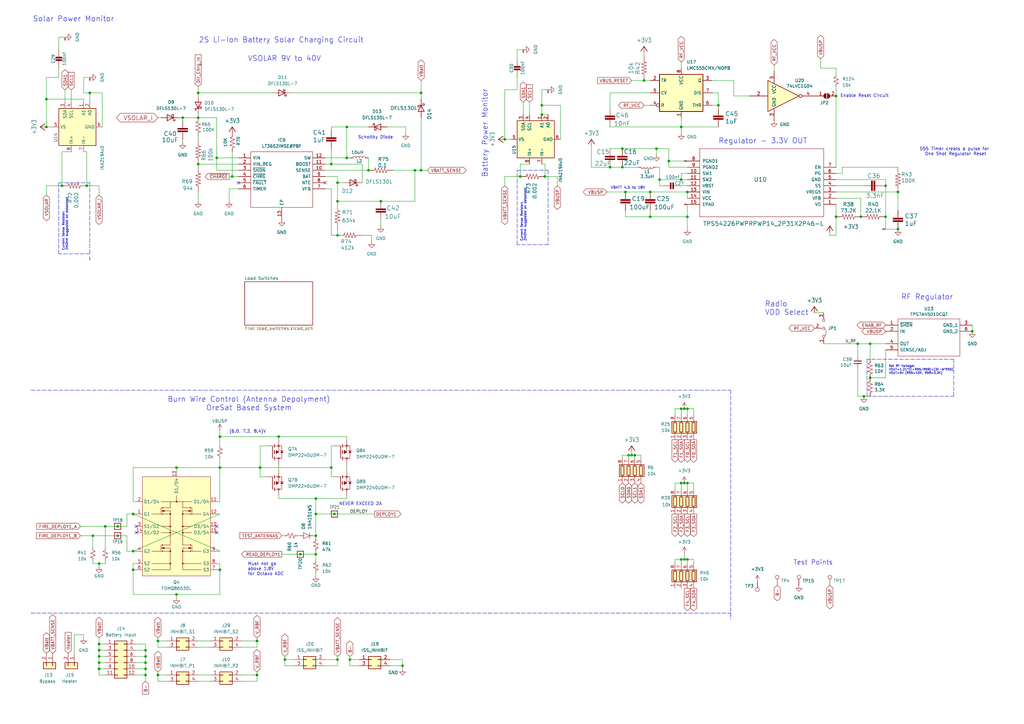
<source format=kicad_sch>
(kicad_sch (version 20250114) (generator "eeschema") (generator_version "9.0")
  (paper "A3")
  (text "Regulator - 3.3V OUT" (at 294.64 59.182 0) (effects (font (size 2.159 2.159)) (justify left bottom)))
  (text "Burn Wire Control (Antenna Depolyment)\nOreSat Based System" (at 102.108 168.656 0) (effects (font (size 2.159 2.159)) (justify bottom)))
  (text "NEVER EXCEED 2A" (at 147.828 206.756 0) (effects (font (size 1.27 1.27))))
  (text "555 Timer creats a pulse for \nOne Shot Regulator Reset" (at 391.922 62.23 0) (effects (font (size 1.27 1.27))))
  (text "Must not go \nabove 1.8V \nfor Octavo ADC" (at 101.6 236.22 0) (effects (font (size 1.27 1.27)) (justify left bottom)))
  (text "Solar Power Monitor" (at 13.462 9.144 0) (effects (font (size 2.159 2.159)) (justify left bottom)))
  (text "Radio\nVDD Select" (at 313.69 129.54 0) (effects (font (size 2.159 2.159)) (justify left bottom)))
  (text "Current Sense Resistor:\n2mOhm suggested on datasheet\n" (at 215.9 99.06 90) (effects (font (size 0.889 0.889)) (justify left bottom)))
  (text "Set RF Voltage:\nVOUT=1.21*(1+R55/R59)+(3E-6*R55)\nVOUT=5V (R55=10K, R59=3.3K)\n" (at 364.49 153.67 0) (effects (font (size 0.889 0.889)) (justify left bottom)))
  (text "Battery Power Monitor" (at 200.152 72.898 90) (effects (font (size 2.159 2.159)) (justify left bottom)))
  (text "VBATT 4.5 to 18V" (at 250.444 77.724 0) (effects (font (size 1.0668 1.0668)) (justify left bottom)))
  (text "VSOLAR 9V to 40V" (at 101.6 25.4 0) (effects (font (size 2.159 2.159)) (justify left bottom)))
  (text "(6.0, 7.2, 8.4)V" (at 93.98 177.8 0) (effects (font (size 1.27 1.27)) (justify left bottom)))
  (text "RF Regulator" (at 369.57 123.19 0) (effects (font (size 2.159 2.159)) (justify left bottom)))
  (text "Enable Reset Circuit" (at 354.584 39.37 0) (effects (font (size 1.27 1.27))))
  (text "2S Li-Ion Battery Solar Charging Circuit" (at 81.534 17.78 0) (effects (font (size 2.159 2.159)) (justify left bottom)))
  (text "Schottky Diode\n" (at 161.29 57.15 0) (effects (font (size 1.27 1.27)) (justify right bottom)))
  (text "Test Points" (at 325.374 231.902 0) (effects (font (size 1.905 1.905)) (justify left bottom)))
  (text "Current Sense Resistor:\n2mOhm suggested on datasheet\n" (at 27.94 102.87 90) (effects (font (size 0.889 0.889)) (justify left bottom)))
  (junction (at 40.64 271.78))
  (junction (at 281.94 229.4382))
  (junction (at 105.41 276.86))
  (junction (at 279.4 52.07))
  (junction (at 59.69 276.86))
  (junction (at 135.89 191.77))
  (junction (at 54.61 210.82))
  (junction (at 35.56 76.2))
  (junction (at 129.54 204.47))
  (junction (at 137.16 210.82))
  (junction (at 40.64 264.16))
  (junction (at 256.54 78.74))
  (junction (at 279.4 229.4636))
  (junction (at 351.79 140.97))
  (junction (at 81.28 67.31))
  (junction (at 398.78 135.89))
  (junction (at 48.26 219.71))
  (junction (at 279.4 73.66))
  (junction (at 165.1 273.05))
  (junction (at 25.4 76.2))
  (junction (at 90.17 179.07))
  (junction (at 142.24 64.77))
  (junction (at 90.17 233.68))
  (junction (at 250.19 68.58))
  (junction (at 356.87 140.97))
  (junction (at 72.39 243.84))
  (junction (at 353.06 88.9))
  (junction (at 280.67 198.12))
  (junction (at 260.35 186.69))
  (junction (at 279.4 198.12))
  (junction (at 259.08 186.69))
  (junction (at 64.77 276.86))
  (junction (at 281.94 78.74))
  (junction (at 142.24 52.07))
  (junction (at 280.67 167.64))
  (junction (at 222.25 46.99))
  (junction (at 135.89 67.31))
  (junction (at 156.21 82.55))
  (junction (at 223.52 72.39))
  (junction (at 105.41 262.89))
  (junction (at 342.9 88.9))
  (junction (at 170.18 69.85))
  (junction (at 368.3 78.74))
  (junction (at 48.26 215.9))
  (junction (at 59.69 274.32))
  (junction (at 54.61 226.06))
  (junction (at 74.93 48.26))
  (junction (at 95.25 72.39))
  (junction (at 40.64 269.24))
  (junction (at 279.4 167.64))
  (junction (at 363.22 88.9))
  (junction (at 342.9 39.37))
  (junction (at 19.05 40.64))
  (junction (at 280.7208 229.4382))
  (junction (at 36.83 38.1))
  (junction (at 138.43 96.52))
  (junction (at 123.19 227.33))
  (junction (at 264.16 33.02))
  (junction (at 222.25 43.18))
  (junction (at 255.27 68.58))
  (junction (at 172.72 69.85))
  (junction (at 90.17 191.77))
  (junction (at 88.9 64.77))
  (junction (at 363.22 76.2))
  (junction (at 40.64 274.32))
  (junction (at 38.1 219.71))
  (junction (at 64.77 262.89))
  (junction (at 129.54 219.71))
  (junction (at 59.69 266.7))
  (junction (at 138.43 74.93))
  (junction (at 255.27 60.96))
  (junction (at 294.64 43.18))
  (junction (at 270.51 73.66))
  (junction (at 266.7 78.74))
  (junction (at 129.54 227.33))
  (junction (at 114.3 179.07))
  (junction (at 266.7 88.9))
  (junction (at 81.28 48.26))
  (junction (at 274.32 66.04))
  (junction (at 72.39 191.77))
  (junction (at 54.61 233.68))
  (junction (at 354.33 162.56))
  (junction (at 281.94 198.12))
  (junction (at 40.64 231.14))
  (junction (at 207.01 57.15))
  (junction (at 43.18 215.9))
  (junction (at 368.3 93.98))
  (junction (at 129.54 210.82))
  (junction (at 172.72 38.1))
  (junction (at 356.87 154.94))
  (junction (at 40.64 266.7))
  (junction (at 59.69 271.78))
  (junction (at 281.94 88.9))
  (junction (at 213.36 72.39))
  (junction (at 81.28 38.1))
  (junction (at 106.68 191.77))
  (junction (at 116.84 270.51))
  (junction (at 143.51 270.51))
  (junction (at 269.24 60.96))
  (junction (at 281.94 167.64))
  (junction (at 19.05 52.07))
  (junction (at 138.43 270.51))
  (junction (at 257.81 186.69))
  (junction (at 151.13 69.85))
  (junction (at 138.43 82.55))
  (junction (at 59.69 269.24))
  (no_connect (at 88.9 218.44))
  (no_connect (at 133.35 74.93))
  (no_connect (at 88.9 215.9))
  (no_connect (at 97.79 74.93))
  (no_connect (at 55.88 215.9))
  (no_connect (at 55.88 218.44))
  (wire (pts (xy 255.27 68.58) (xy 261.62 68.58)))
  (wire (pts (xy 34.29 260.35) (xy 34.29 261.62)))
  (wire (pts (xy 351.79 162.56) (xy 354.33 162.56)))
  (wire (pts (xy 72.39 191.77) (xy 90.17 191.77)))
  (wire (pts (xy 281.94 170.18) (xy 281.94 167.64)))
  (wire (pts (xy 66.04 48.26) (xy 64.77 48.26)))
  (wire (pts (xy 116.84 270.51) (xy 116.84 273.05)))
  (wire (pts (xy 35.56 76.2) (xy 35.56 62.23)))
  (wire (pts (xy 142.24 190.5) (xy 142.24 193.04)))
  (wire (pts (xy 40.64 231.14) (xy 43.18 231.14)))
  (wire (pts (xy 105.41 265.43) (xy 105.41 262.89)))
  (wire (pts (xy 54.61 231.14) (xy 54.61 233.68)))
  (wire (pts (xy 90.17 226.06) (xy 88.9 226.06)))
  (wire (pts (xy 114.3 179.07) (xy 142.24 179.07)))
  (wire (pts (xy 59.69 269.24) (xy 59.69 271.78)))
  (wire (pts (xy 116.84 273.05) (xy 120.65 273.05)))
  (wire (pts (xy 19.05 52.07) (xy 21.59 52.07)))
  (wire (pts (xy 40.64 269.24) (xy 40.64 271.78)))
  (wire (pts (xy 279.4 25.4) (xy 279.4 27.94)))
  (wire (pts (xy 256.54 78.74) (xy 248.92 78.74)))
  (wire (pts (xy 223.52 67.31) (xy 222.25 67.31)))
  (wire (pts (xy 142.24 204.47) (xy 129.54 204.47)))
  (wire (pts (xy 34.29 38.1) (xy 34.29 31.75)))
  (wire (pts (xy 259.08 185.42) (xy 259.08 186.69)))
  (wire (pts (xy 279.4 52.07) (xy 279.4 48.26)))
  (wire (pts (xy 259.08 33.02) (xy 264.16 33.02)))
  (wire (pts (xy 40.64 271.78) (xy 43.18 271.78)))
  (wire (pts (xy 276.86 229.4636) (xy 279.4 229.4636)))
  (wire (pts (xy 90.17 233.68) (xy 90.17 243.84)))
  (wire (pts (xy 363.22 76.2) (xy 363.22 88.9)))
  (wire (pts (xy 40.64 266.7) (xy 40.64 269.24)))
  (wire (pts (xy 40.64 80.01) (xy 40.64 76.2)))
  (wire (pts (xy 274.32 66.04) (xy 274.32 68.58)))
  (wire (pts (xy 81.28 67.31) (xy 97.79 67.31)))
  (wire (pts (xy 40.64 232.41) (xy 40.64 231.14)))
  (wire (pts (xy 279.4 167.64) (xy 279.4 170.18)))
  (wire (pts (xy 106.68 191.77) (xy 106.68 195.58)))
  (wire (pts (xy 143.51 273.05) (xy 147.32 273.05)))
  (wire (pts (xy 170.18 69.85) (xy 161.29 69.85)))
  (wire (pts (xy 81.28 279.4) (xy 86.36 279.4)))
  (wire (pts (xy 129.54 226.06) (xy 129.54 227.33)))
  (wire (pts (xy 138.43 96.52) (xy 135.89 96.52)))
  (wire (pts (xy 284.48 229.4382) (xy 281.94 229.4382)))
  (wire (pts (xy 353.06 81.28) (xy 353.06 88.9)))
  (wire (pts (xy 25.4 76.2) (xy 19.05 76.2)))
  (wire (pts (xy 41.91 38.1) (xy 36.83 38.1)))
  (wire (pts (xy 55.88 264.16) (xy 59.69 264.16)))
  (wire (pts (xy 90.17 187.96) (xy 90.17 191.77)))
  (wire (pts (xy 90.17 176.53) (xy 90.17 179.07)))
  (wire (pts (xy 135.89 52.07) (xy 135.89 53.34)))
  (wire (pts (xy 72.39 243.84) (xy 54.61 243.84)))
  (wire (pts (xy 281.94 229.4382) (xy 280.7208 229.4382)))
  (wire (pts (xy 54.61 243.84) (xy 54.61 233.68)))
  (polyline (pts (xy 36.83 105.41) (xy 36.83 106.68)))
  (wire (pts (xy 90.17 210.82) (xy 88.9 210.82)))
  (wire (pts (xy 281.94 167.64) (xy 280.67 167.64)))
  (wire (pts (xy 54.61 191.77) (xy 72.39 191.77)))
  (wire (pts (xy 52.07 215.9) (xy 52.07 210.82)))
  (wire (pts (xy 250.19 52.07) (xy 279.4 52.07)))
  (wire (pts (xy 64.77 262.89) (xy 64.77 265.43)))
  (wire (pts (xy 351.79 146.05) (xy 351.79 140.97)))
  (wire (pts (xy 279.4 198.12) (xy 279.4 200.66)))
  (wire (pts (xy 142.24 64.77) (xy 143.51 64.77)))
  (wire (pts (xy 292.1 38.1) (xy 294.64 38.1)))
  (wire (pts (xy 160.02 273.05) (xy 165.1 273.05)))
  (wire (pts (xy 212.09 20.32) (xy 212.09 24.13)))
  (wire (pts (xy 284.48 231.14) (xy 284.48 229.4382)))
  (wire (pts (xy 250.19 38.1) (xy 266.7 38.1)))
  (wire (pts (xy 143.51 269.24) (xy 143.51 270.51)))
  (wire (pts (xy 172.72 48.26) (xy 172.72 69.85)))
  (polyline (pts (xy 24.13 74.93) (xy 36.83 74.93)) (stroke (width 0) (type dash)))
  (wire (pts (xy 55.88 269.24) (xy 59.69 269.24)))
  (wire (pts (xy 38.1 229.87) (xy 38.1 231.14)))
  (wire (pts (xy 129.54 204.47) (xy 114.3 204.47)))
  (wire (pts (xy 95.25 62.23) (xy 95.25 72.39)))
  (wire (pts (xy 81.28 38.1) (xy 81.28 39.37)))
  (wire (pts (xy 54.61 226.06) (xy 90.17 210.82)))
  (wire (pts (xy 363.22 154.94) (xy 363.22 143.51)))
  (wire (pts (xy 368.3 68.58) (xy 345.44 68.58)))
  (wire (pts (xy 74.93 48.26) (xy 81.28 48.26)))
  (wire (pts (xy 281.94 81.28) (xy 281.94 78.74)))
  (wire (pts (xy 121.92 219.71) (xy 123.19 219.71)))
  (wire (pts (xy 129.54 236.22) (xy 129.54 234.95)))
  (wire (pts (xy 59.69 264.16) (xy 59.69 266.7)))
  (wire (pts (xy 43.18 215.9) (xy 48.26 215.9)))
  (wire (pts (xy 223.52 72.39) (xy 228.6 72.39)))
  (wire (pts (xy 26.67 15.24) (xy 24.13 15.24)))
  (wire (pts (xy 270.51 73.66) (xy 279.4 73.66)))
  (wire (pts (xy 55.88 205.74) (xy 54.61 205.74)))
  (wire (pts (xy 54.61 233.68) (xy 55.88 233.68)))
  (wire (pts (xy 36.83 38.1) (xy 34.29 38.1)))
  (wire (pts (xy 123.19 227.33) (xy 129.54 227.33)))
  (wire (pts (xy 156.21 82.55) (xy 170.18 82.55)))
  (wire (pts (xy 207.01 57.15) (xy 209.55 57.15)))
  (wire (pts (xy 74.93 57.15) (xy 74.93 58.42)))
  (wire (pts (xy 116.84 269.24) (xy 116.84 270.51)))
  (wire (pts (xy 284.48 170.18) (xy 284.48 167.64)))
  (wire (pts (xy 88.9 69.85) (xy 97.79 69.85)))
  (wire (pts (xy 33.02 215.9) (xy 43.18 215.9)))
  (wire (pts (xy 156.21 90.17) (xy 156.21 92.71)))
  (wire (pts (xy 337.82 140.97) (xy 351.79 140.97)))
  (wire (pts (xy 59.69 276.86) (xy 59.69 279.4)))
  (wire (pts (xy 38.1 219.71) (xy 38.1 224.79)))
  (wire (pts (xy 222.25 46.99) (xy 224.79 46.99)))
  (wire (pts (xy 137.16 210.82) (xy 129.54 210.82)))
  (wire (pts (xy 217.17 46.99) (xy 217.17 41.91)))
  (wire (pts (xy 64.77 275.59) (xy 64.77 276.86)))
  (wire (pts (xy 93.98 72.39) (xy 95.25 72.39)))
  (polyline (pts (xy 391.16 162.56) (xy 391.16 147.32)) (stroke (width 0) (type dash)))
  (wire (pts (xy 148.59 67.31) (xy 148.59 74.93)))
  (wire (pts (xy 105.41 275.59) (xy 105.41 276.86)))
  (wire (pts (xy 138.43 82.55) (xy 138.43 83.82)))
  (wire (pts (xy 363.22 73.66) (xy 363.22 76.2)))
  (wire (pts (xy 128.27 219.71) (xy 129.54 219.71)))
  (polyline (pts (xy 12.7 160.02) (xy 299.72 160.02)) (stroke (width 0) (type dash)))
  (wire (pts (xy 26.67 41.91) (xy 26.67 36.83)))
  (wire (pts (xy 279.4 54.61) (xy 279.4 52.07)))
  (polyline (pts (xy 224.79 100.33) (xy 212.09 100.33)) (stroke (width 0) (type dash)))
  (polyline (pts (xy 299.72 160.02) (xy 299.72 254)) (stroke (width 0) (type dash)))
  (wire (pts (xy 105.41 261.62) (xy 105.41 262.89)))
  (wire (pts (xy 281.94 231.14) (xy 281.94 229.4382)))
  (wire (pts (xy 342.9 78.74) (xy 368.3 78.74)))
  (wire (pts (xy 266.7 88.9) (xy 281.94 88.9)))
  (wire (pts (xy 336.55 27.94) (xy 336.55 24.13)))
  (polyline (pts (xy 212.09 69.85) (xy 224.79 69.85)) (stroke (width 0) (type dash)))
  (wire (pts (xy 135.89 96.52) (xy 135.89 77.47)))
  (wire (pts (xy 30.48 267.97) (xy 30.48 260.35)))
  (wire (pts (xy 133.35 64.77) (xy 142.24 64.77)))
  (wire (pts (xy 59.69 274.32) (xy 59.69 276.86)))
  (wire (pts (xy 281.94 88.9) (xy 281.94 93.98)))
  (wire (pts (xy 34.29 41.91) (xy 34.29 40.64)))
  (wire (pts (xy 229.87 43.18) (xy 222.25 43.18)))
  (wire (pts (xy 97.79 72.39) (xy 95.25 72.39)))
  (wire (pts (xy 138.43 74.93) (xy 138.43 82.55)))
  (wire (pts (xy 114.3 179.07) (xy 114.3 180.34)))
  (wire (pts (xy 255.27 186.69) (xy 255.27 187.96)))
  (wire (pts (xy 264.16 33.02) (xy 266.7 33.02)))
  (wire (pts (xy 345.44 68.58) (xy 345.44 71.12)))
  (wire (pts (xy 115.57 219.71) (xy 116.84 219.71)))
  (wire (pts (xy 269.24 60.96) (xy 274.32 60.96)))
  (wire (pts (xy 133.35 72.39) (xy 138.43 72.39)))
  (wire (pts (xy 129.54 210.82) (xy 129.54 204.47)))
  (wire (pts (xy 135.89 191.77) (xy 135.89 195.58)))
  (wire (pts (xy 81.28 35.56) (xy 81.28 38.1)))
  (wire (pts (xy 340.36 96.52) (xy 340.36 95.25)))
  (wire (pts (xy 81.28 262.89) (xy 86.36 262.89)))
  (wire (pts (xy 64.77 261.62) (xy 64.77 262.89)))
  (wire (pts (xy 342.9 88.9) (xy 342.9 96.52)))
  (wire (pts (xy 213.36 72.39) (xy 213.36 67.31)))
  (wire (pts (xy 242.57 59.69) (xy 242.57 68.58)))
  (wire (pts (xy 64.77 279.4) (xy 68.58 279.4)))
  (wire (pts (xy 266.7 88.9) (xy 266.7 86.36)))
  (wire (pts (xy 74.93 49.53) (xy 74.93 48.26)))
  (wire (pts (xy 160.02 270.51) (xy 165.1 270.51)))
  (wire (pts (xy 138.43 270.51) (xy 138.43 273.05)))
  (wire (pts (xy 172.72 69.85) (xy 175.26 69.85)))
  (wire (pts (xy 73.66 48.26) (xy 74.93 48.26)))
  (wire (pts (xy 29.21 41.91) (xy 29.21 36.83)))
  (wire (pts (xy 158.75 52.07) (xy 166.37 52.07)))
  (wire (pts (xy 40.64 269.24) (xy 43.18 269.24)))
  (wire (pts (xy 363.22 93.98) (xy 363.22 88.9)))
  (wire (pts (xy 172.72 33.02) (xy 172.72 38.1)))
  (wire (pts (xy 148.59 96.52) (xy 152.4 96.52)))
  (wire (pts (xy 165.1 273.05) (xy 165.1 274.32)))
  (wire (pts (xy 135.89 77.47) (xy 133.35 77.47)))
  (wire (pts (xy 138.43 82.55) (xy 156.21 82.55)))
  (wire (pts (xy 292.1 33.02) (xy 300.99 33.02)))
  (wire (pts (xy 262.89 186.69) (xy 260.35 186.69)))
  (wire (pts (xy 276.86 167.64) (xy 279.4 167.64)))
  (wire (pts (xy 342.9 76.2) (xy 354.33 76.2)))
  (wire (pts (xy 264.16 43.18) (xy 266.7 43.18)))
  (wire (pts (xy 269.24 68.58) (xy 270.51 68.58)))
  (wire (pts (xy 142.24 203.2) (xy 142.24 204.47)))
  (wire (pts (xy 54.61 210.82) (xy 55.88 210.82)))
  (wire (pts (xy 72.39 245.11) (xy 72.39 243.84)))
  (wire (pts (xy 129.54 219.71) (xy 129.54 220.98)))
  (wire (pts (xy 81.28 67.31) (xy 81.28 68.58)))
  (wire (pts (xy 212.09 31.75) (xy 212.09 36.83)))
  (wire (pts (xy 342.9 73.66) (xy 363.22 73.66)))
  (wire (pts (xy 354.33 162.56) (xy 356.87 162.56)))
  (wire (pts (xy 279.4 52.07) (xy 294.64 52.07)))
  (wire (pts (xy 279.4 198.12) (xy 280.67 198.12)))
  (wire (pts (xy 81.28 265.43) (xy 86.36 265.43)))
  (wire (pts (xy 223.52 72.39) (xy 223.52 67.31)))
  (wire (pts (xy 170.18 69.85) (xy 172.72 69.85)))
  (wire (pts (xy 276.86 231.14) (xy 276.86 229.4636)))
  (wire (pts (xy 97.79 77.47) (xy 93.98 77.47)))
  (wire (pts (xy 342.9 83.82) (xy 342.9 88.9)))
  (wire (pts (xy 361.95 76.2) (xy 363.22 76.2)))
  (wire (pts (xy 35.56 62.23) (xy 34.29 62.23)))
  (wire (pts (xy 138.43 72.39) (xy 138.43 74.93)))
  (wire (pts (xy 229.87 57.15) (xy 229.87 43.18)))
  (wire (pts (xy 135.89 67.31) (xy 133.35 67.31)))
  (polyline (pts (xy 24.13 104.14) (xy 24.13 74.93)) (stroke (width 0) (type dash)))
  (wire (pts (xy 54.61 210.82) (xy 90.17 226.06)))
  (wire (pts (xy 115.57 227.33) (xy 123.19 227.33)))
  (wire (pts (xy 90.17 243.84) (xy 72.39 243.84)))
  (polyline (pts (xy 355.6 147.32) (xy 355.6 162.56)) (stroke (width 0) (type dash)))
  (wire (pts (xy 52.07 226.06) (xy 54.61 226.06)))
  (wire (pts (xy 90.17 233.68) (xy 88.9 233.68)))
  (wire (pts (xy 276.86 200.66) (xy 276.86 198.12)))
  (wire (pts (xy 72.39 193.04) (xy 72.39 191.77)))
  (wire (pts (xy 214.63 20.32) (xy 212.09 20.32)))
  (wire (pts (xy 133.35 69.85) (xy 151.13 69.85)))
  (wire (pts (xy 257.81 186.69) (xy 257.81 187.96)))
  (wire (pts (xy 274.32 68.58) (xy 281.94 68.58)))
  (wire (pts (xy 19.05 80.01) (xy 19.05 76.2)))
  (wire (pts (xy 317.5 26.67) (xy 317.5 29.21)))
  (wire (pts (xy 342.9 96.52) (xy 340.36 96.52)))
  (polyline (pts (xy 224.79 69.85) (xy 224.79 100.33)) (stroke (width 0) (type dash)))
  (polyline (pts (xy 391.16 147.32) (xy 355.6 147.32)) (stroke (width 0) (type dash)))
  (wire (pts (xy 342.9 39.37) (xy 342.9 68.58)))
  (wire (pts (xy 151.13 64.77) (xy 151.13 69.85)))
  (wire (pts (xy 135.89 60.96) (xy 135.89 67.31)))
  (wire (pts (xy 88.9 231.14) (xy 90.17 231.14)))
  (wire (pts (xy 55.88 266.7) (xy 59.69 266.7)))
  (wire (pts (xy 250.19 68.58) (xy 255.27 68.58)))
  (wire (pts (xy 170.18 82.55) (xy 170.18 69.85)))
  (wire (pts (xy 133.35 270.51) (xy 138.43 270.51)))
  (wire (pts (xy 81.28 46.99) (xy 81.28 48.26)))
  (wire (pts (xy 106.68 195.58) (xy 109.22 195.58)))
  (wire (pts (xy 90.17 191.77) (xy 106.68 191.77)))
  (wire (pts (xy 152.4 96.52) (xy 152.4 99.06)))
  (wire (pts (xy 116.84 270.51) (xy 120.65 270.51)))
  (wire (pts (xy 25.4 76.2) (xy 25.4 62.23)))
  (wire (pts (xy 368.3 78.74) (xy 368.3 86.36)))
  (wire (pts (xy 138.43 93.98) (xy 138.43 96.52)))
  (wire (pts (xy 43.18 274.32) (xy 40.64 274.32)))
  (wire (pts (xy 135.89 191.77) (xy 135.89 182.88)))
  (wire (pts (xy 142.24 64.77) (xy 142.24 52.07)))
  (wire (pts (xy 24.13 31.75) (xy 19.05 31.75)))
  (wire (pts (xy 93.98 77.47) (xy 93.98 82.55)))
  (wire (pts (xy 129.54 219.71) (xy 129.54 210.82)))
  (wire (pts (xy 88.9 64.77) (xy 97.79 64.77)))
  (wire (pts (xy 114.3 190.5) (xy 114.3 193.04)))
  (wire (pts (xy 363.22 93.98) (xy 368.3 93.98)))
  (wire (pts (xy 19.05 52.07) (xy 19.05 40.64)))
  (wire (pts (xy 81.28 38.1) (xy 111.76 38.1)))
  (wire (pts (xy 64.77 262.89) (xy 68.58 262.89)))
  (wire (pts (xy 250.19 44.45) (xy 250.19 38.1)))
  (wire (pts (xy 300.99 39.37) (xy 307.34 39.37)))
  (polyline (pts (xy 36.83 105.41) (xy 36.83 106.68)))
  (wire (pts (xy 99.06 265.43) (xy 105.41 265.43)))
  (wire (pts (xy 342.9 35.56) (xy 342.9 39.37)))
  (wire (pts (xy 242.57 68.58) (xy 250.19 68.58)))
  (wire (pts (xy 334.01 128.27) (xy 337.82 128.27)))
  (wire (pts (xy 43.18 231.14) (xy 43.18 229.87)))
  (wire (pts (xy 52.07 219.71) (xy 52.07 226.06)))
  (wire (pts (xy 25.4 62.23) (xy 29.21 62.23)))
  (wire (pts (xy 105.41 262.89) (xy 99.06 262.89)))
  (wire (pts (xy 36.83 31.75) (xy 34.29 31.75)))
  (wire (pts (xy 64.77 276.86) (xy 64.77 279.4)))
  (wire (pts (xy 356.87 147.32) (xy 356.87 140.97)))
  (wire (pts (xy 59.69 271.78) (xy 59.69 274.32)))
  (wire (pts (xy 266.7 78.74) (xy 281.94 78.74)))
  (wire (pts (xy 36.83 41.91) (xy 36.83 38.1)))
  (wire (pts (xy 222.25 43.18) (xy 222.25 36.83)))
  (wire (pts (xy 351.79 151.13) (xy 351.79 162.56)))
  (wire (pts (xy 356.87 140.97) (xy 363.22 140.97)))
  (wire (pts (xy 90.17 191.77) (xy 90.17 205.74)))
  (wire (pts (xy 99.06 279.4) (xy 105.41 279.4)))
  (polyline (pts (xy 36.83 104.14) (xy 24.13 104.14)) (stroke (width 0) (type dash)))
  (wire (pts (xy 35.56 76.2) (xy 40.64 76.2)))
  (wire (pts (xy 213.36 67.31) (xy 217.17 67.31)))
  (wire (pts (xy 284.48 200.66) (xy 284.48 198.12)))
  (wire (pts (xy 55.88 271.78) (xy 59.69 271.78)))
  (wire (pts (xy 81.28 48.26) (xy 88.9 48.26)))
  (wire (pts (xy 257.81 186.69) (xy 255.27 186.69)))
  (wire (pts (xy 40.64 266.7) (xy 43.18 266.7)))
  (wire (pts (xy 54.61 226.06) (xy 55.88 226.06)))
  (wire (pts (xy 284.48 198.12) (xy 281.94 198.12)))
  (wire (pts (xy 90.17 231.14) (xy 90.17 233.68)))
  (wire (pts (xy 90.17 179.07) (xy 114.3 179.07)))
  (wire (pts (xy 135.89 195.58) (xy 137.16 195.58)))
  (wire (pts (xy 24.13 15.24) (xy 24.13 20.32)))
  (wire (pts (xy 40.64 264.16) (xy 43.18 264.16)))
  (wire (pts (xy 81.28 78.74) (xy 81.28 82.55)))
  (wire (pts (xy 143.51 270.51) (xy 143.51 273.05)))
  (wire (pts (xy 300.99 33.02) (xy 300.99 39.37)))
  (wire (pts (xy 279.4 229.4636) (xy 279.4 231.14)))
  (polyline (pts (xy 36.83 74.93) (xy 36.83 104.14)) (stroke (width 0) (type dash)))
  (wire (pts (xy 279.4 73.66) (xy 279.4 71.12)))
  (wire (pts (xy 255.27 60.96) (xy 269.24 60.96)))
  (wire (pts (xy 142.24 52.07) (xy 151.13 52.07)))
  (wire (pts (xy 55.88 231.14) (xy 54.61 231.14)))
  (wire (pts (xy 138.43 269.24) (xy 138.43 270.51)))
  (wire (pts (xy 279.4 229.4636) (xy 280.7208 229.4636)))
  (wire (pts (xy 294.64 38.1) (xy 294.64 43.18)))
  (wire (pts (xy 270.51 76.2) (xy 270.51 73.66)))
  (wire (pts (xy 138.43 74.93) (xy 140.97 74.93)))
  (wire (pts (xy 30.48 260.35) (xy 34.29 260.35)))
  (wire (pts (xy 259.08 186.69) (xy 257.81 186.69)))
  (wire (pts (xy 284.48 167.64) (xy 281.94 167.64)))
  (wire (pts (xy 250.19 60.96) (xy 255.27 60.96)))
  (wire (pts (xy 33.02 219.71) (xy 38.1 219.71)))
  (wire (pts (xy 165.1 270.51) (xy 165.1 273.05)))
  (wire (pts (xy 38.1 219.71) (xy 48.26 219.71)))
  (wire (pts (xy 276.86 170.18) (xy 276.86 167.64)))
  (wire (pts (xy 260.35 187.96) (xy 260.35 186.69)))
  (wire (pts (xy 294.64 43.18) (xy 294.64 44.45)))
  (wire (pts (xy 270.51 73.66) (xy 270.51 68.58)))
  (wire (pts (xy 52.07 210.82) (xy 54.61 210.82)))
  (wire (pts (xy 40.64 274.32) (xy 40.64 271.78)))
  (wire (pts (xy 269.24 63.5) (xy 269.24 60.96)))
  (wire (pts (xy 256.54 88.9) (xy 266.7 88.9)))
  (wire (pts (xy 114.3 204.47) (xy 114.3 203.2)))
  (wire (pts (xy 270.51 76.2) (xy 271.78 76.2)))
  (polyline (pts (xy 299.72 251.46) (xy 299.72 252.73)))
  (wire (pts (xy 214.63 46.99) (xy 214.63 41.91)))
  (wire (pts (xy 143.51 270.51) (xy 147.32 270.51)))
  (wire (pts (xy 137.16 210.82) (xy 153.67 210.82)))
  (wire (pts (xy 64.77 265.43) (xy 68.58 265.43)))
  (wire (pts (xy 280.7208 229.4382) (xy 280.7208 229.4636)))
  (wire (pts (xy 90.17 205.74) (xy 88.9 205.74)))
  (wire (pts (xy 40.64 276.86) (xy 40.64 274.32)))
  (wire (pts (xy 279.4 167.64) (xy 280.67 167.64)))
  (wire (pts (xy 260.35 186.69) (xy 259.08 186.69)))
  (wire (pts (xy 133.35 273.05) (xy 138.43 273.05)))
  (wire (pts (xy 279.4 76.2) (xy 281.94 76.2)))
  (wire (pts (xy 280.7208 226.9236) (xy 280.7208 229.4382)))
  (wire (pts (xy 40.64 261.62) (xy 40.64 264.16)))
  (polyline (pts (xy 12.7 251.46) (xy 299.72 251.46)) (stroke (width 0) (type dash)))
  (wire (pts (xy 274.32 60.96) (xy 274.32 66.04)))
  (wire (pts (xy 43.18 276.86) (xy 40.64 276.86)))
  (wire (pts (xy 55.88 276.86) (xy 59.69 276.86)))
  (wire (pts (xy 342.9 27.94) (xy 336.55 27.94)))
  (wire (pts (xy 40.64 264.16) (xy 40.64 266.7)))
  (wire (pts (xy 90.17 179.07) (xy 90.17 182.88)))
  (wire (pts (xy 88.9 48.26) (xy 88.9 64.77)))
  (wire (pts (xy 106.68 191.77) (xy 135.89 191.77)))
  (wire (pts (xy 281.94 66.04) (xy 274.32 66.04)))
  (wire (pts (xy 228.6 76.2) (xy 228.6 72.39)))
  (wire (pts (xy 207.01 57.15) (xy 207.01 36.83)))
  (wire (pts (xy 24.13 27.94) (xy 24.13 31.75)))
  (wire (pts (xy 281.94 71.12) (xy 279.4 71.12)))
  (wire (pts (xy 262.89 187.96) (xy 262.89 186.69)))
  (wire (pts (xy 292.1 43.18) (xy 294.64 43.18)))
  (wire (pts (xy 106.68 182.88) (xy 109.22 182.88)))
  (wire (pts (xy 81.28 276.86) (xy 86.36 276.86)))
  (wire (pts (xy 105.41 276.86) (xy 99.06 276.86)))
  (wire (pts (xy 148.59 67.31) (xy 135.89 67.31)))
  (wire (pts (xy 281.94 200.66) (xy 281.94 198.12)))
  (wire (pts (xy 64.77 276.86) (xy 68.58 276.86)))
  (wire (pts (xy 345.44 71.12) (xy 342.9 71.12)))
  (wire (pts (xy 38.1 231.14) (xy 40.64 231.14)))
  (wire (pts (xy 48.26 215.9) (xy 52.07 215.9)))
  (wire (pts (xy 88.9 64.77) (xy 88.9 69.85)))
  (wire (pts (xy 264.16 21.59) (xy 264.16 22.86)))
  (wire (pts (xy 212.09 36.83) (xy 207.01 36.83)))
  (wire (pts (xy 224.79 36.83) (xy 222.25 36.83)))
  (wire (pts (xy 256.54 88.9) (xy 256.54 86.36)))
  (wire (pts (xy 59.69 266.7) (xy 59.69 269.24)))
  (wire (pts (xy 142.24 179.07) (xy 142.24 180.34)))
  (wire (pts (xy 207.01 76.2) (xy 207.01 72.39)))
  (wire (pts (xy 34.29 40.64) (xy 19.05 40.64)))
  (wire (pts (xy 281.94 73.66) (xy 279.4 73.66)))
  (wire (pts (xy 213.36 72.39) (xy 207.01 72.39)))
  (wire (pts (xy 48.26 219.71) (xy 52.07 219.71)))
  (wire (pts (xy 119.38 38.1) (xy 172.72 38.1)))
  (wire (pts (xy 129.54 227.33) (xy 129.54 229.87)))
  (wire (pts (xy 356.87 154.94) (xy 363.22 154.94)))
  (wire (pts (xy 55.88 274.32) (xy 59.69 274.32)))
  (wire (pts (xy 54.61 205.74) (xy 54.61 191.77)))
  (wire (pts (xy 256.54 78.74) (xy 266.7 78.74)))
  (wire (pts (xy 276.86 198.12) (xy 279.4 198.12)))
  (wire (pts (xy 342.9 27.94) (xy 342.9 30.48)))
  (wire (pts (xy 281.94 198.12) (xy 280.67 198.12)))
  (wire (pts (xy 81.28 55.88) (xy 81.28 57.15)))
  (polyline (pts (xy 355.6 162.56) (xy 391.16 162.56)) (stroke (width 0) (type dash)))
  (wire (pts (xy 342.9 81.28) (xy 353.06 81.28)))
  (wire (pts (xy 43.18 215.9) (xy 43.18 224.79)))
  (polyline (pts (xy 212.09 100.33) (xy 212.09 69.85)) (stroke (width 0) (type dash)))
  (wire (pts (xy 135.89 182.88) (xy 137.16 182.88)))
  (wire (pts (xy 19.05 40.64) (xy 19.05 31.75)))
  (wire (pts (xy 41.91 52.07) (xy 41.91 38.1)))
  (wire (pts (xy 172.72 38.1) (xy 172.72 40.64)))
  (wire (pts (xy 351.79 140.97) (xy 356.87 140.97)))
  (wire (pts (xy 105.41 279.4) (xy 105.41 276.86)))
  (wire (pts (xy 166.37 52.07) (xy 166.37 54.61)))
  (wire (pts (xy 398.78 135.89) (xy 398.78 133.35)))
  (wire (pts (xy 281.94 83.82) (xy 281.94 88.9)))
  (wire (pts (xy 142.24 52.07) (xy 135.89 52.07)))
  (wire (pts (xy 106.68 191.77) (xy 106.68 182.88)))
  (wire (pts (xy 222.25 46.99) (xy 222.25 43.18)))
  (label "DEPLOY" (at 143.51 210.82 0))
  (label "V_RF" (at 346.71 140.97 0))
  (global_label "VBatt" (shape bidirectional) (at 172.72 33.02 90) (property "Intersheetrefs" "${INTERSHEET_REFS}" (effects (hide yes))))
  (global_label "Dir_Chrg_In" (shape input) (at 81.28 35.56 90) (property "Intersheetrefs" "${INTERSHEET_REFS}" (effects (hide yes))))
  (global_label "VBUSP" (shape bidirectional) (at 340.36 240.03 270) (property "Intersheetrefs" "${INTERSHEET_REFS}" (effects (hide yes))))
  (global_label "READ_DEPLOY1" (shape output) (at 115.57 227.33 180) (property "Intersheetrefs" "${INTERSHEET_REFS}" (effects (hide yes))))
  (global_label "V_RBF" (shape bidirectional) (at 105.41 261.62 90) (property "Intersheetrefs" "${INTERSHEET_REFS}" (effects (hide yes))))
  (global_label "SDA1" (shape bidirectional) (at 262.89 198.12 270) (property "Intersheetrefs" "${INTERSHEET_REFS}" (effects (hide yes))))
  (global_label "GND" (shape bidirectional) (at 281.94 83.82 180) (effects (font (size 0.254 0.254))) (property "Intersheetrefs" "${INTERSHEET_REFS}" (effects (hide yes))))
  (global_label "SDA1" (shape bidirectional) (at 26.67 36.83 90) (property "Intersheetrefs" "${INTERSHEET_REFS}" (effects (hide yes))))
  (global_label "F2_SCL" (shape output) (at 276.86 210.82 270) (property "Intersheetrefs" "${INTERSHEET_REFS}" (effects (hide yes))))
  (global_label "F0_SCL" (shape output) (at 281.94 180.34 270) (property "Intersheetrefs" "${INTERSHEET_REFS}" (effects (hide yes))))
  (global_label "VBUSP" (shape bidirectional) (at 336.55 24.13 90) (property "Intersheetrefs" "${INTERSHEET_REFS}" (effects (hide yes))))
  (global_label "F4_SDA" (shape output) (at 284.48 241.3 270) (property "Intersheetrefs" "${INTERSHEET_REFS}" (effects (hide yes))))
  (global_label "SCL1" (shape input) (at 29.21 36.83 90) (property "Intersheetrefs" "${INTERSHEET_REFS}" (effects (hide yes))))
  (global_label "FIRE_DEPLOY1_B" (shape input) (at 33.02 219.71 180) (property "Intersheetrefs" "${INTERSHEET_REFS}" (effects (hide yes))))
  (global_label "B-" (shape input) (at 59.69 279.4 270) (property "Intersheetrefs" "${INTERSHEET_REFS}" (effects (hide yes))))
  (global_label "GND" (shape bidirectional) (at 36.83 31.75 270) (effects (font (size 0.254 0.254))) (property "Intersheetrefs" "${INTERSHEET_REFS}" (effects (hide yes))))
  (global_label "FIRE_DEPLOY1_A" (shape input) (at 33.02 215.9 180) (property "Intersheetrefs" "${INTERSHEET_REFS}" (effects (hide yes))))
  (global_label "RF_VCC" (shape bidirectional) (at 334.01 134.62 180) (property "Intersheetrefs" "${INTERSHEET_REFS}" (effects (hide yes))))
  (global_label "VBUS_RESET" (shape input) (at 259.08 33.02 180) (property "Intersheetrefs" "${INTERSHEET_REFS}" (effects (hide yes))))
  (global_label "SCL1" (shape input) (at 217.17 41.91 90) (property "Intersheetrefs" "${INTERSHEET_REFS}" (effects (hide yes))))
  (global_label "VBATT_SENSE" (shape bidirectional) (at 21.59 267.97 90) (property "Intersheetrefs" "${INTERSHEET_REFS}" (effects (hide yes))))
  (global_label "SDA0" (shape bidirectional) (at 257.81 198.12 270) (property "Intersheetrefs" "${INTERSHEET_REFS}" (effects (hide yes))))
  (global_label "VBATT_SENSE" (shape bidirectional) (at 138.43 269.24 90) (property "Intersheetrefs" "${INTERSHEET_REFS}" (effects (hide yes))))
  (global_label "V_RBF" (shape bidirectional) (at 116.84 269.24 90) (property "Intersheetrefs" "${INTERSHEET_REFS}" (effects (hide yes))))
  (global_label "SDA1" (shape bidirectional) (at 214.63 41.91 90) (property "Intersheetrefs" "${INTERSHEET_REFS}" (effects (hide yes))))
  (global_label "VSOLAR" (shape bidirectional) (at 19.05 80.01 270) (property "Intersheetrefs" "${INTERSHEET_REFS}" (effects (hide yes))))
  (global_label "GND" (shape bidirectional) (at 281.94 66.04 180) (effects (font (size 0.254 0.254))) (property "Intersheetrefs" "${INTERSHEET_REFS}" (effects (hide yes))))
  (global_label "ENAB_RF" (shape bidirectional) (at 363.22 133.35 180) (property "Intersheetrefs" "${INTERSHEET_REFS}" (effects (hide yes))))
  (global_label "V_RBF" (shape bidirectional) (at 105.41 275.59 90) (property "Intersheetrefs" "${INTERSHEET_REFS}" (effects (hide yes))))
  (global_label "VBATT_SENSE" (shape bidirectional) (at 207.01 76.2 270) (property "Intersheetrefs" "${INTERSHEET_REFS}" (effects (hide yes))))
  (global_label "F4_SCL" (shape output) (at 281.94 241.3 270) (property "Intersheetrefs" "${INTERSHEET_REFS}" (effects (hide yes))))
  (global_label "GND" (shape bidirectional) (at 214.63 20.32 270) (effects (font (size 0.254 0.254))) (property "Intersheetrefs" "${INTERSHEET_REFS}" (effects (hide yes))))
  (global_label "TEST_ANTENNAS" (shape input) (at 115.57 219.71 180) (property "Intersheetrefs" "${INTERSHEET_REFS}" (effects (hide yes))))
  (global_label "B-" (shape bidirectional) (at 318.77 240.03 270) (property "Intersheetrefs" "${INTERSHEET_REFS}" (effects (hide yes))))
  (global_label "VSOLAR_I" (shape bidirectional) (at 40.64 80.01 270) (property "Intersheetrefs" "${INTERSHEET_REFS}" (effects (hide yes))))
  (global_label "GND" (shape bidirectional) (at 26.67 15.24 270) (effects (font (size 0.254 0.254))) (property "Intersheetrefs" "${INTERSHEET_REFS}" (effects (hide yes))))
  (global_label "VSOLAR_I" (shape bidirectional) (at 64.77 48.26 180) (effects (font (size 1.778 1.778))) (property "Intersheetrefs" "${INTERSHEET_REFS}" (effects (hide yes))))
  (global_label "F1_SDA" (shape output) (at 279.4 180.34 270) (property "Intersheetrefs" "${INTERSHEET_REFS}" (effects (hide yes))))
  (global_label "DEPLOY1" (shape output) (at 153.67 210.82 0) (property "Intersheetrefs" "${INTERSHEET_REFS}" (effects (hide yes))))
  (global_label "VBatt" (shape bidirectional) (at 40.64 261.62 90) (property "Intersheetrefs" "${INTERSHEET_REFS}" (effects (hide yes))))
  (global_label "F0_SDA" (shape output) (at 284.48 180.34 270) (property "Intersheetrefs" "${INTERSHEET_REFS}" (effects (hide yes))))
  (global_label "VBATT_SENSE" (shape bidirectional) (at 175.26 69.85 0) (property "Intersheetrefs" "${INTERSHEET_REFS}" (effects (hide yes))))
  (global_label "F1_SCL" (shape output) (at 276.86 180.34 270) (property "Intersheetrefs" "${INTERSHEET_REFS}" (effects (hide yes))))
  (global_label "SCL0" (shape bidirectional) (at 255.27 198.12 270) (property "Intersheetrefs" "${INTERSHEET_REFS}" (effects (hide yes))))
  (global_label "SCL1" (shape bidirectional) (at 260.35 198.12 270) (property "Intersheetrefs" "${INTERSHEET_REFS}" (effects (hide yes))))
  (global_label "VBatt" (shape bidirectional) (at 64.77 275.59 90) (property "Intersheetrefs" "${INTERSHEET_REFS}" (effects (hide yes))))
  (global_label "VBatt" (shape bidirectional) (at 64.77 261.62 90) (property "Intersheetrefs" "${INTERSHEET_REFS}" (effects (hide yes))))
  (global_label "GND" (shape bidirectional) (at 224.79 36.83 270) (effects (font (size 0.254 0.254))) (property "Intersheetrefs" "${INTERSHEET_REFS}" (effects (hide yes))))
  (global_label "RF_VCC" (shape bidirectional) (at 264.16 43.18 180) (property "Intersheetrefs" "${INTERSHEET_REFS}" (effects (hide yes))))
  (global_label "~{CHARGE}" (shape output) (at 93.98 72.39 180) (property "Intersheetrefs" "${INTERSHEET_REFS}" (effects (hide yes))))
  (global_label "VBatt" (shape bidirectional) (at 19.05 267.97 90) (property "Intersheetrefs" "${INTERSHEET_REFS}" (effects (hide yes))))
  (global_label "F2_SDA" (shape output) (at 279.4 210.82 270) (property "Intersheetrefs" "${INTERSHEET_REFS}" (effects (hide yes))))
  (global_label "VBUSP" (shape bidirectional) (at 363.22 135.89 180) (property "Intersheetrefs" "${INTERSHEET_REFS}" (effects (hide yes))))
  (global_label "Heater" (shape input) (at 27.94 267.97 90) (property "Intersheetrefs" "${INTERSHEET_REFS}" (effects (hide yes))))
  (global_label "GND" (shape bidirectional) (at 363.22 93.98 180) (effects (font (size 0.254 0.254))) (property "Intersheetrefs" "${INTERSHEET_REFS}" (effects (hide yes))))
  (global_label "RF_VCC" (shape bidirectional) (at 279.4 25.4 90) (property "Intersheetrefs" "${INTERSHEET_REFS}" (effects (hide yes))))
  (global_label "RF_VCC" (shape bidirectional) (at 317.5 26.67 90) (property "Intersheetrefs" "${INTERSHEET_REFS}" (effects (hide yes))))
  (global_label "B-" (shape bidirectional) (at 143.51 269.24 90) (property "Intersheetrefs" "${INTERSHEET_REFS}" (effects (hide yes))))
  (global_label "F3_SCL" (shape output) (at 281.94 210.82 270) (property "Intersheetrefs" "${INTERSHEET_REFS}" (effects (hide yes))))
  (global_label "F3_SDA" (shape output) (at 284.48 210.82 270) (property "Intersheetrefs" "${INTERSHEET_REFS}" (effects (hide yes))))
  (global_label "VBUSP" (shape bidirectional) (at 228.6 76.2 270) (property "Intersheetrefs" "${INTERSHEET_REFS}" (effects (hide yes))))
  (global_label "VBUSP" (shape bidirectional) (at 248.92 78.74 180) (property "Intersheetrefs" "${INTERSHEET_REFS}" (effects (hide yes))))
  (symbol (lib_id "power:GND") (at 93.98 82.55 0) (unit 1)
    (property "Reference" "#PWR0103" (effects (hide yes)))
    (property "Value" "GND" (at 93.98 87.63 0))
  )
  (symbol (lib_id "Connector:TestPoint") (at 310.642 238.506 180) (unit 1)
    (property "Reference" "TP3" (at 309.1688 240.3348 0) (effects (justify left)))
    (property "Value" "TestPoint" (effects (hide yes)))
    (property "Footprint" "TestPoint:TestPoint_Loop_D1.80mm_Drill1.0mm_Beaded" (effects (hide yes)))
  )
  (symbol (lib_id "Timer:LMC555xM") (at 279.4 38.1 0) (unit 1)
    (property "Reference" "U17" (at 281.5941 25.4 0) (effects (justify left)))
    (property "Value" "LMC555CMX/NOPB" (at 281.5941 27.94 0) (effects (justify left)))
    (property "Footprint" "Package_SO:SOIC-8_3.9x4.9mm_P1.27mm" (effects (hide yes)))
    (property "Datasheet" "https://www.ti.com/lit/ds/symlink/lmc555.pdf" (effects (hide yes)))
    (property "Description" "CMOS Timer, 555 compatible, SOIC-8" (effects (hide yes)))
  )
  (symbol (lib_id "mainboard:R-US_R0603") (at 143.51 96.52 180) (unit 1)
    (property "Reference" "R74" (at 139.7 99.06 0) (effects (font (size 1.4986 1.4986)) (justify right)))
    (property "Value" "412k" (at 139.7 101.6 0) (effects (font (size 1.4986 1.4986)) (justify right)))
    (property "Footprint" "Resistor_SMD:R_0603_1608Metric" (effects (hide yes)))
    (property "Description" "787K 0603" (effects (hide yes)))
  )
  (symbol (lib_id "Connector_Generic:Conn_02x02_Odd_Even") (at 152.4 270.51 0) (unit 1)
    (property "Reference" "J19" (at 153.67 264.16 0))
    (property "Value" "ISS_INHIBIT" (at 153.67 266.7 0))
    (property "Footprint" "Connector_Hirose:Hirose_DF11-4DP-2DSA_2x02_P2.00mm_Vertical" (effects (hide yes)))
    (property "Description" "Generic connector, double row, 02x02, odd/even pin numbering scheme (row 1 odd numbers, row 2 even numbers), script generated (kicad-library-utils/schlib/autogen/connector/)" (effects (hide yes)))
  )
  (symbol (lib_id "Device:C_Small") (at 351.79 148.59 180) (unit 1)
    (property "Reference" "C39" (at 349.4786 147.4216 0) (effects (justify left)))
    (property "Value" "10uF" (at 349.4786 149.733 0) (effects (justify left)))
    (property "Footprint" "Capacitor_SMD:C_0603_1608Metric" (effects (hide yes)))
    (property "Description" "10uF +-20% 10V X5R" (effects (hide yes)))
  )
  (symbol (lib_id "Connector_Generic:Conn_02x06_Odd_Even") (at 48.26 269.24 0) (unit 1)
    (property "Reference" "J14" (at 49.53 257.81 0))
    (property "Value" "Battery Input" (at 49.53 260.35 0))
    (property "Footprint" "Connector_Hirose:Hirose_DF11-12DP-2DSA_2x06_P2.00mm_Vertical" (effects (hide yes)))
    (property "Description" "Generic connector, double row, 02x06, odd/even pin numbering scheme (row 1 odd numbers, row 2 even numbers), script generated (kicad-library-utils/schlib/autogen/connector/)" (effects (hide yes)))
  )
  (symbol (lib_name "GND_21") (lib_id "power:GND") (at 166.37 54.61 0) (unit 1)
    (property "Reference" "#PWR0108" (effects (hide yes)))
    (property "Value" "GND" (at 166.37 59.69 0))
  )
  (symbol (lib_id "Adafruit ItsyBitsy RP2040-eagle-import:CAP_CERAMIC_0402NO") (at 212.09 29.21 0) (unit 1)
    (property "Reference" "C30" (at 209.8 27.96 90))
    (property "Value" "100nf" (at 214.39 27.96 90))
    (property "Footprint" "Capacitor_SMD:C_0402_1005Metric" (effects (hide yes)))
  )
  (symbol (lib_id "power:+3V3") (at 280.67 167.64 0) (unit 1)
    (property "Reference" "#PWR095" (effects (hide yes)))
    (property "Value" "+3V3" (at 280.67 162.56 0))
  )
  (symbol (lib_id "oresat-transistors:FDMQ86530L") (at 72.39 215.9 0) (unit 1)
    (property "Reference" "Q4" (at 72.39 238.76 0))
    (property "Value" "FDMQ86530L" (at 72.39 241.3 0))
    (property "Footprint" "oresat-transistors:FDMQ86530L" (effects (hide yes)))
    (property "Datasheet" "https://www.onsemi.com/pdf/datasheet/fdmq86530l-d.pdf" (effects (hide yes)))
    (property "Description" "Mosfet Array 4 N-Channel (H-Bridge) 60V 8A 1.9W Surface Mount 12-MLP (5x4.5)" (effects (hide yes)))
    (property "DPN" "FDMQ86530LCT-ND" (effects (hide yes)))
    (property "DST" "Digi-Key" (effects (hide yes)))
    (property "MFR" "ON Semiconductor" (effects (hide yes)))
    (property "MPN" "FDMQ86530L" (effects (hide yes)))
  )
  (symbol (lib_name "GND_20") (lib_id "power:GND") (at 224.79 36.83 90) (unit 1)
    (property "Reference" "#PWR0109" (effects (hide yes)))
    (property "Value" "GND" (at 229.87 36.83 0))
  )
  (symbol (lib_id "74xGxx:74LVC1G04") (at 322.58 39.37 0) (unit 1)
    (property "Reference" "U20" (at 327.914 33.02 0))
    (property "Value" "74LVC1G04" (at 327.914 35.306 0))
    (property "Footprint" "easyeda2kicad:SOT-23-5_L3.0-W1.7-P0.95-LS2.8-BR" (effects (hide yes)))
    (property "Datasheet" "https://www.ti.com/lit/ds/symlink/sn74lvc1g04.pdf" (effects (hide yes)))
    (property "Description" "Single NOT Gate, Low-Voltage CMOS" (effects (hide yes)))
  )
  (symbol (lib_id "Device:D_Schottky") (at 172.72 44.45 270) (unit 1)
    (property "Reference" "D14" (at 175.26 44.45 0) (effects (font (size 1.4986 1.4986)) (justify left bottom)))
    (property "Value" "DFLS130L" (at 160.02 45.212 90) (effects (font (size 1.4986 1.4986)) (justify left bottom)))
    (property "Footprint" "Diode_SMD:D_PowerDI-123" (effects (hide yes)))
    (property "Description" "Schottky diode" (effects (hide yes)))
    (property "Flight" "DFLS130L-7" (effects (hide yes)))
    (property "Manufacturer_Name" "Diodes Incorporated" (effects (hide yes)))
    (property "Manufacturer_Part_Number" "DFLS130L-7" (effects (hide yes)))
    (property "Proto" "DFLS130L" (effects (hide yes)))
    (property "DNI" "DNI" (effects (hide yes)))
  )
  (symbol (lib_id "Adafruit ItsyBitsy RP2040-eagle-import:+3V3") (at 95.25 52.07 0) (unit 1)
    (property "Reference" "#+3V019" (effects (hide yes)))
    (property "Value" "+3V3" (at 95.25 49.53 0) (effects (font (size 1.778 1.5113))))
    (property "Footprint" "Adafruit ItsyBitsy RP2040:" (effects (hide yes)))
  )
  (symbol (lib_name "GND_23") (lib_id "power:GND") (at 72.39 245.11 0) (unit 1)
    (property "Reference" "#PWR072" (effects (hide yes)))
    (property "Value" "GND" (at 72.39 248.92 0))
    (property "Description" "Power symbol creates a global label with name \"GND\" , ground" (effects (hide yes)))
  )
  (symbol (lib_id "mainboard:1.0UF-0603-16V-10%") (at 294.64 49.53 0) (unit 1)
    (property "Reference" "C45" (at 297.3832 46.7106 0) (effects (font (size 1.778 1.778)) (justify left)))
    (property "Value" "1uF" (at 297.3832 49.784 0) (effects (font (size 1.778 1.778)) (justify left)))
    (property "Footprint" "Capacitor_SMD:C_0603_1608Metric" (effects (hide yes)))
    (property "Description" "1uF 0603 X7R" (effects (hide yes)))
  )
  (symbol (lib_name "GND_22") (lib_id "power:GND") (at 354.33 162.56 0) (unit 1)
    (property "Reference" "#PWR089" (effects (hide yes)))
    (property "Value" "GND" (at 354.33 167.64 0))
  )
  (symbol (lib_id "oresat-transistors:DMP2240UDM-7") (at 139.7 198.12 0) (unit 2)
    (property "Reference" "Q8" (at 146.05 197.485 0) (effects (justify left)))
    (property "Value" "DMP2240UDM-7" (at 146.05 200.025 0) (effects (justify left)))
    (property "Footprint" "Package_TO_SOT_SMD:SOT-23-6" (effects (hide yes)))
    (property "Datasheet" "https://www.diodes.com/assets/Datasheets/ds31197.pdf" (effects (hide yes)))
    (property "Description" "Mosfet Array 2 P-Channel (Dual) 20V 2A 600mW Surface Mount SOT-26" (effects (hide yes)))
    (property "DPN" "DMP2240UDMDICT-ND" (effects (hide yes)))
    (property "DST" "Digi-Key" (effects (hide yes)))
    (property "MFR" "Diodes Inc" (effects (hide yes)))
    (property "MPN" "DMP2240UDM-7" (effects (hide yes)))
  )
  (symbol (lib_id "mainboard:10UF-0603-6.3V-20%") (at 135.89 58.42 0) (unit 1)
    (property "Reference" "C41" (at 128.27 55.372 0) (effects (font (size 1.778 1.778)) (justify left bottom)))
    (property "Value" "1uF" (at 128.27 58.42 0) (effects (font (size 1.778 1.778)) (justify left bottom)))
    (property "Footprint" "Capacitor_SMD:C_0603_1608Metric" (effects (hide yes)))
    (property "Description" "10uF +-20% 10V X5R" (effects (hide yes)))
  )
  (symbol (lib_id "Device:R_US") (at 356.87 158.75 0) (mirror y) (unit 1)
    (property "Reference" "R64" (at 358.5972 157.5816 0) (effects (justify right)))
    (property "Value" "3.3K" (at 358.5972 159.893 0) (effects (justify right)))
    (property "Footprint" "Resistor_SMD:R_0603_1608Metric" (effects (hide yes)))
    (property "Description" "3.3K 0603" (effects (hide yes)))
  )
  (symbol (lib_id "Device:R_Small_US") (at 129.54 223.52 0) (mirror y) (unit 1)
    (property "Reference" "R61" (at 132.08 222.885 0) (effects (justify right)))
    (property "Value" "47k" (at 132.08 225.425 0) (effects (justify right)))
    (property "Footprint" "Resistor_SMD:R_0603_1608Metric" (effects (hide yes)))
    (property "Description" "47 kOhms ±1% 0.1W, 1/10W Chip Resistor 0603 (1608 Metric) Automotive AEC-Q200 Thick Film" (effects (hide yes)))
    (property "DPN" "RMCF0603FT47K0CT-ND" (effects (hide yes)))
    (property "DST" "Digi-Key" (effects (hide yes)))
    (property "MFR" "Stackpole Electronics Inc" (effects (hide yes)))
    (property "MPN" "RMCF0603FT47K0" (effects (hide yes)))
  )
  (symbol (lib_id "Adafruit ItsyBitsy RP2040-eagle-import:+3V3") (at 334.01 125.73 0) (unit 1)
    (property "Reference" "#+3V018" (effects (hide yes)))
    (property "Value" "+3V3" (at 334.01 123.19 0) (effects (font (size 1.778 1.5113))))
    (property "Footprint" "Adafruit ItsyBitsy RP2040:" (effects (hide yes)))
  )
  (symbol (lib_id "mainboard:1.0UF-0603-16V-10%") (at 368.3 91.44 0) (unit 1)
    (property "Reference" "C37" (at 371.0432 88.6206 0) (effects (font (size 1.778 1.778)) (justify left)))
    (property "Value" "1uF" (at 371.0432 91.694 0) (effects (font (size 1.778 1.778)) (justify left)))
    (property "Footprint" "Capacitor_SMD:C_0603_1608Metric" (effects (hide yes)))
    (property "Description" "1uF 0603 X7R" (effects (hide yes)))
  )
  (symbol (lib_id "mainboard:R-US_R2512") (at 30.48 76.2 180) (unit 1)
    (property "Reference" "R72" (at 27.94 78.74 90) (effects (font (size 1.4986 1.4986)) (justify left bottom)))
    (property "Value" "0.002" (at 30.48 78.74 90) (effects (font (size 1.4986 1.4986)) (justify left bottom)))
    (property "Footprint" "Resistor_SMD:R_2512_6332Metric" (effects (hide yes)))
    (property "Description" "0.1 1% 2W 2512" (effects (hide yes)))
  )
  (symbol (lib_id "Device:R_Small_US") (at 90.17 185.42 0) (unit 1)
    (property "Reference" "R59" (at 87.63 184.785 0) (effects (justify right)))
    (property "Value" "10k" (at 87.63 187.325 0) (effects (justify right)))
    (property "Footprint" "Resistor_SMD:R_0603_1608Metric" (effects (hide yes)))
    (property "Description" "10 kOhms ±1% 0.1W, 1/10W Chip Resistor 0603 (1608 Metric) Automotive AEC-Q200 Thick Film" (effects (hide yes)))
    (property "DPN" "RMCF0603FT10K0CT-ND" (effects (hide yes)))
    (property "DST" "Digi-Key" (effects (hide yes)))
    (property "MFR" "Stackpole Electronics Inc" (effects (hide yes)))
    (property "MPN" "RMCF0603FT10K0" (effects (hide yes)))
  )
  (symbol (lib_id "Device:R_Pack04") (at 260.35 193.04 0) (unit 1)
    (property "Reference" "R6" (at 265.43 191.7699 0) (effects (justify left)))
    (property "Value" "10k" (at 265.43 194.3099 0) (effects (justify left)))
    (property "Footprint" "Resistor_SMD:R_Array_Convex_4x0603" (effects (hide yes)))
  )
  (symbol (lib_id "mainboard:RESISTOR0603") (at 264.16 27.94 90) (unit 1)
    (property "Reference" "R42" (at 262.636 27.94 0) (effects (font (size 1.778 1.778)) (justify bottom)))
    (property "Value" "10k" (at 257.81 27.94 0) (effects (font (size 1.778 1.778)) (justify top)))
    (property "Footprint" "Resistor_SMD:R_0603_1608Metric" (effects (hide yes)))
    (property "Description" "100K 0603" (effects (hide yes)))
  )
  (symbol (lib_name "GND_18") (lib_id "power:GND") (at 74.93 58.42 0) (unit 1)
    (property "Reference" "#PWR097" (effects (hide yes)))
    (property "Value" "GND" (at 74.93 63.5 0))
  )
  (symbol (lib_id "Adafruit ItsyBitsy RP2040-eagle-import:+3V3") (at 264.16 19.05 0) (unit 1)
    (property "Reference" "#+3V015" (effects (hide yes)))
    (property "Value" "+3V3" (at 264.16 16.51 0) (effects (font (size 1.778 1.5113))))
    (property "Footprint" "Adafruit ItsyBitsy RP2040:" (effects (hide yes)))
  )
  (symbol (lib_id "Device:D_Schottky") (at 154.94 52.07 0) (unit 1)
    (property "Reference" "D13" (at 154.6225 45.72 0))
    (property "Value" "DFLS130L-7" (at 154.6225 48.26 0))
    (property "Footprint" "Diode_SMD:D_PowerDI-123" (effects (hide yes)))
  )
  (symbol (lib_name "+3V3_2") (lib_id "power:+3V3") (at 280.67 198.12 0) (unit 1)
    (property "Reference" "#PWR096" (effects (hide yes)))
    (property "Value" "+3V3" (at 280.67 193.04 0))
  )
  (symbol (lib_id "Connector_Generic:Conn_01x02") (at 21.59 273.05 270) (unit 1)
    (property "Reference" "J13" (at 21.59 276.86 90) (effects (justify right)))
    (property "Value" "Bypass" (at 22.86 279.4 90) (effects (justify right)))
    (property "Footprint" "Connector_PinSocket_2.54mm:PinSocket_1x02_P2.54mm_Vertical" (effects (hide yes)))
  )
  (symbol (lib_id "mainboard:10UF-0603-6.3V-20%") (at 74.93 54.61 0) (unit 1)
    (property "Reference" "C40" (at 67.056 55.88 0) (effects (font (size 1.778 1.778)) (justify left bottom)))
    (property "Value" "10uF" (at 66.294 58.42 0) (effects (font (size 1.778 1.778)) (justify left bottom)))
    (property "Footprint" "Capacitor_SMD:C_0603_1608Metric" (effects (hide yes)))
    (property "Description" "10uF +-20% 10V X5R" (effects (hide yes)))
  )
  (symbol (lib_id "Adafruit ItsyBitsy RP2040-eagle-import:+3V3") (at 340.36 92.71 0) (unit 1)
    (property "Reference" "#+3V017" (effects (hide yes)))
    (property "Value" "+3V3" (at 348.996 92.964 0) (effects (font (size 1.778 1.5113))))
    (property "Footprint" "Adafruit ItsyBitsy RP2040:" (effects (hide yes)))
  )
  (symbol (lib_id "Adafruit ItsyBitsy RP2040-eagle-import:+3V3") (at 16.51 52.07 90) (unit 1)
    (property "Reference" "#+3V020" (effects (hide yes)))
    (property "Value" "+3V3" (at 13.97 52.07 0) (effects (font (size 1.778 1.5113))))
    (property "Footprint" "Adafruit ItsyBitsy RP2040:" (effects (hide yes)))
  )
  (symbol (lib_id "oresat-misc:Test-Point-1mm-round") (at 123.19 227.33 90) (unit 1) (exclude_from_sim yes) (in_bom no)
    (property "Reference" "TP20" (at 123.19 233.68 0) (effects (justify left)))
    (property "Value" "Test-Point" (effects (hide yes)))
    (property "Footprint" "oresat-misc:TestPoint_Pad_D1.0mm" (effects (hide yes)))
    (property "Description" "1mm round SMT test point" (effects (hide yes)))
  )
  (symbol (lib_id "Analog_ADC:INA219AxD") (at 31.75 52.07 90) (unit 1)
    (property "Reference" "U14" (at 22.86 58.42 0) (effects (justify left)))
    (property "Value" "INA219AxD" (at 41.91 69.85 0) (effects (justify left)))
    (property "Footprint" "Package_SO:SOIC-8_3.9x4.9mm_P1.27mm" (effects (hide yes)))
    (property "Datasheet" "http://www.ti.com/lit/ds/symlink/ina219.pdf" (effects (hide yes)))
  )
  (symbol (lib_id "Device:R_US") (at 356.87 151.13 0) (mirror y) (unit 1)
    (property "Reference" "R63" (at 358.5972 149.9616 0) (effects (justify right)))
    (property "Value" "10K" (at 358.5972 152.273 0) (effects (justify right)))
    (property "Footprint" "Resistor_SMD:R_0603_1608Metric" (effects (hide yes)))
    (property "Description" "10K 0603" (effects (hide yes)))
  )
  (symbol (lib_id "Device:R_Small_US") (at 119.38 219.71 90) (unit 1)
    (property "Reference" "R60" (at 118.745 222.25 0) (effects (justify right)))
    (property "Value" "1k" (at 121.285 222.25 0) (effects (justify right)))
    (property "Footprint" "Resistor_SMD:R_0603_1608Metric" (effects (hide yes)))
    (property "Description" "1 kOhms ±1% 0.1W, 1/10W Chip Resistor 0603 (1608 Metric) Automotive AEC-Q200 Thick Film" (effects (hide yes)))
    (property "DPN" "RMCF0603FT1K00CT-ND" (effects (hide yes)))
    (property "DST" "Digi-Key" (effects (hide yes)))
    (property "MFR" "Stackpole Electronics Inc" (effects (hide yes)))
    (property "MPN" "RMCF0603FT1K00" (effects (hide yes)))
  )
  (symbol (lib_id "mainboard:R-US_R0603") (at 138.43 88.9 90) (unit 1)
    (property "Reference" "R71" (at 140.208 87.122 90) (effects (font (size 1.4986 1.4986)) (justify right)))
    (property "Value" "634k" (at 140.208 90.424 90) (effects (font (size 1.4986 1.4986)) (justify right)))
    (property "Footprint" "Resistor_SMD:R_0603_1608Metric" (effects (hide yes)))
    (property "Description" "787K 0603" (effects (hide yes)))
  )
  (symbol (lib_id "Adafruit ItsyBitsy RP2040-eagle-import:CAP_CERAMIC_0402NO") (at 276.86 76.2 90) (unit 1)
    (property "Reference" "C27" (at 278.638 75.184 90))
    (property "Value" "100nf" (at 275.844 72.644 90))
    (property "Footprint" "Capacitor_SMD:C_0402_1005Metric" (effects (hide yes)))
  )
  (symbol (lib_id "oresat-misc:Test-Point-1mm-round") (at 48.26 215.9 180) (unit 1) (exclude_from_sim yes) (in_bom no)
    (property "Reference" "TP18" (at 48.26 213.36 0) (effects (font (size 1.27 1.0795))))
    (property "Value" "Test-Point" (effects (hide yes)))
    (property "Footprint" "oresat-misc:TestPoint_Pad_D1.0mm" (effects (hide yes)))
    (property "Description" "1mm round SMT test point" (effects (hide yes)))
  )
  (symbol (lib_id "Device:D_Schottky") (at 115.57 38.1 180) (unit 1)
    (property "Reference" "D11" (at 115.8875 31.75 0))
    (property "Value" "DFLS130L-7" (at 115.8875 34.29 0))
    (property "Footprint" "Diode_SMD:D_PowerDI-123" (effects (hide yes)))
  )
  (symbol (lib_name "+3V3_3") (lib_id "power:+3V3") (at 310.642 238.506 0) (unit 1)
    (property "Reference" "#PWR064" (effects (hide yes)))
    (property "Value" "+3V3" (at 310.642 233.426 0))
  )
  (symbol (lib_id "power:VBUS") (at 90.17 176.53 0) (unit 1)
    (property "Reference" "#PWR074" (effects (hide yes)))
    (property "Value" "VBUSP" (at 90.17 172.72 0))
    (property "Description" "Power symbol creates a global label with name \"VBUS\"" (effects (hide yes)))
  )
  (symbol (lib_id "Connector_Generic:Conn_01x02") (at 30.48 273.05 270) (unit 1)
    (property "Reference" "J15" (at 30.48 276.86 90) (effects (justify right)))
    (property "Value" "Heater" (at 31.75 279.4 90) (effects (justify right)))
    (property "Footprint" "MOLEX PICO LOCK 2 POS:MOLEX_504050-0291" (effects (hide yes)))
  )
  (symbol (lib_id "Analog_ADC:INA219AxD") (at 219.71 57.15 90) (unit 1)
    (property "Reference" "U15" (at 210.82 63.5 0) (effects (justify left)))
    (property "Value" "INA219AxD" (at 229.87 74.93 0) (effects (justify left)))
    (property "Footprint" "Package_SO:SOIC-8_3.9x4.9mm_P1.27mm" (effects (hide yes)))
    (property "Datasheet" "http://www.ti.com/lit/ds/symlink/ina219.pdf" (effects (hide yes)))
  )
  (symbol (lib_name "GND_19") (lib_id "power:GND") (at 281.94 93.98 0) (unit 1)
    (property "Reference" "#PWR036" (effects (hide yes)))
    (property "Value" "GND" (at 281.94 99.06 0))
  )
  (symbol (lib_id "oresat-misc:Test-Point-1mm-round") (at 137.16 210.82 270) (unit 1) (exclude_from_sim yes) (in_bom no)
    (property "Reference" "TP21" (at 135.128 208.026 90) (effects (font (size 1.27 1.0795)) (justify left)))
    (property "Value" "Test-Point" (effects (hide yes)))
    (property "Footprint" "oresat-misc:TestPoint_Pad_D1.0mm" (effects (hide yes)))
    (property "Description" "1mm round SMT test point" (effects (hide yes)))
  )
  (symbol (lib_id "Connector:TestPoint") (at 327.66 240.03 0) (unit 1)
    (property "Reference" "TP15" (at 329.1332 238.2012 0) (effects (justify left)))
    (property "Value" "TestPoint" (effects (hide yes)))
    (property "Footprint" "TestPoint:TestPoint_Loop_D1.80mm_Drill1.0mm_Beaded" (effects (hide yes)))
  )
  (symbol (lib_name "GND_15") (lib_id "power:GND") (at 165.1 274.32 0) (unit 1)
    (property "Reference" "#PWR037" (effects (hide yes)))
    (property "Value" "GND" (at 161.29 275.844 0))
    (property "Description" "Power symbol creates a global label with name \"GND\" , ground" (effects (hide yes)))
  )
  (symbol (lib_name "GND_13") (lib_id "power:GND") (at 26.67 15.24 90) (unit 1)
    (property "Reference" "#PWR0112" (effects (hide yes)))
    (property "Value" "GND" (at 31.75 15.24 0))
  )
  (symbol (lib_id "Connector_Generic:Conn_02x02_Odd_Even") (at 73.66 262.89 0) (unit 1)
    (property "Reference" "J8" (at 74.93 256.54 0))
    (property "Value" "INHIBIT_S1" (at 74.93 259.08 0))
    (property "Footprint" "Connector_Hirose:Hirose_DF11-4DP-2DSA_2x02_P2.00mm_Vertical" (effects (hide yes)))
    (property "Description" "Generic connector, double row, 02x02, odd/even pin numbering scheme (row 1 odd numbers, row 2 even numbers), script generated (kicad-library-utils/schlib/autogen/connector/)" (effects (hide yes)))
  )
  (symbol (lib_id "mainboard:22UF-0805-6.3V-20%") (at 250.19 66.04 0) (unit 1)
    (property "Reference" "C15" (at 244.602 63.246 0) (effects (font (size 1.778 1.778)) (justify left bottom)))
    (property "Value" "22uF" (at 243.84 68.072 0) (effects (font (size 1.778 1.778)) (justify left bottom)))
    (property "Footprint" "Capacitor_SMD:C_0603_1608Metric" (effects (hide yes)))
    (property "Description" "22uF +-20% 10V X5R" (effects (hide yes)))
  )
  (symbol (lib_id "oresat-transistors:DMP2240UDM-7") (at 111.76 198.12 0) (unit 2)
    (property "Reference" "Q7" (at 118.11 196.8499 0) (effects (justify left)))
    (property "Value" "DMP2240UDM-7" (at 118.11 199.3899 0) (effects (justify left)))
    (property "Footprint" "Package_TO_SOT_SMD:SOT-23-6" (effects (hide yes)))
    (property "Datasheet" "https://www.diodes.com/assets/Datasheets/ds31197.pdf" (effects (hide yes)))
    (property "Description" "Mosfet Array 2 P-Channel (Dual) 20V 2A 600mW Surface Mount SOT-26" (effects (hide yes)))
    (property "DPN" "DMP2240UDMDICT-ND" (effects (hide yes)))
    (property "DST" "Digi-Key" (effects (hide yes)))
    (property "MFR" "Diodes Inc" (effects (hide yes)))
    (property "MPN" "DMP2240UDM-7" (effects (hide yes)))
  )
  (symbol (lib_id "oresat-misc:Test-Point-1mm-round") (at 48.26 219.71 180) (unit 1) (exclude_from_sim yes) (in_bom no)
    (property "Reference" "TP19" (at 48.26 222.25 0) (effects (font (size 1.27 1.0795))))
    (property "Value" "Test-Point" (effects (hide yes)))
    (property "Footprint" "oresat-misc:TestPoint_Pad_D1.0mm" (effects (hide yes)))
    (property "Description" "1mm round SMT test point" (effects (hide yes)))
  )
  (symbol (lib_name "GND_14") (lib_id "power:GND") (at 115.57 90.17 0) (unit 1)
    (property "Reference" "#PWR0104" (effects (hide yes)))
    (property "Value" "GND" (at 115.57 95.25 0))
  )
  (symbol (lib_id "mainboard:R-US_R0603") (at 156.21 69.85 180) (unit 1)
    (property "Reference" "R75" (at 154.94 65.278 0) (effects (font (size 1.4986 1.4986)) (justify right)))
    (property "Value" "0.1" (at 154.94 67.818 0) (effects (font (size 1.4986 1.4986)) (justify right)))
    (property "Footprint" "Resistor_SMD:R_2512_6332Metric" (effects (hide yes)))
    (property "Description" "787K 0603" (effects (hide yes)))
  )
  (symbol (lib_id "Device:R_Small_US") (at 38.1 227.33 0) (unit 1)
    (property "Reference" "R41" (at 35.56 226.695 0) (effects (justify right)))
    (property "Value" "10k" (at 35.56 229.235 0) (effects (justify right)))
    (property "Footprint" "Resistor_SMD:R_0603_1608Metric" (effects (hide yes)))
    (property "Description" "10 kOhms ±1% 0.1W, 1/10W Chip Resistor 0603 (1608 Metric) Automotive AEC-Q200 Thick Film" (effects (hide yes)))
    (property "DPN" "RMCF0603FT10K0CT-ND" (effects (hide yes)))
    (property "DST" "Digi-Key" (effects (hide yes)))
    (property "MFR" "Stackpole Electronics Inc" (effects (hide yes)))
    (property "MPN" "RMCF0603FT10K0" (effects (hide yes)))
  )
  (symbol (lib_id "oresat-transistors:DMP2240UDM-7") (at 139.7 185.42 0) (unit 1)
    (property "Reference" "Q8" (at 146.05 184.785 0) (effects (justify left)))
    (property "Value" "DMP2240UDM-7" (at 146.05 187.325 0) (effects (justify left)))
    (property "Footprint" "Package_TO_SOT_SMD:SOT-23-6" (effects (hide yes)))
    (property "Datasheet" "https://www.diodes.com/assets/Datasheets/ds31197.pdf" (effects (hide yes)))
    (property "Description" "Mosfet Array 2 P-Channel (Dual) 20V 2A 600mW Surface Mount SOT-26" (effects (hide yes)))
    (property "DPN" "DMP2240UDMDICT-ND" (effects (hide yes)))
    (property "DST" "Digi-Key" (effects (hide yes)))
    (property "MFR" "Diodes Inc" (effects (hide yes)))
    (property "MPN" "DMP2240UDM-7" (effects (hide yes)))
  )
  (symbol (lib_id "Device:R_US") (at 95.25 58.42 0) (mirror y) (unit 1)
    (property "Reference" "R70" (at 97.79 55.88 90) (effects (justify right)))
    (property "Value" "10K" (at 92.456 56.388 90) (effects (justify right)))
    (property "Footprint" "Resistor_SMD:R_0603_1608Metric" (effects (hide yes)))
    (property "Description" "100K 0603" (effects (hide yes)))
  )
  (symbol (lib_id "mainboard:TPS7A4501DCQT") (at 363.22 133.35 0) (unit 1)
    (property "Reference" "U13" (at 381 126.619 0))
    (property "Value" "TPS7A4501DCQT" (at 381 128.9304 0))
    (property "Footprint" "MaxLib:TPS7A4501DCQT" (effects (hide yes)))
    (property "Datasheet" "https://www.ti.com/lit/gpn/tps7a45" (effects (hide yes)))
    (property "Description" "Adjustable LDO" (effects (hide yes)))
    (property "Flight" "TPS7A4501DCQT" (effects (hide yes)))
    (property "Manufacturer_Name" "Texas Instruments" (effects (hide yes)))
    (property "Manufacturer_Part_Number" "TPS7A4501DCQT" (effects (hide yes)))
    (property "Proto" "TPS7A4501DCQT" (effects (hide yes)))
  )
  (symbol (lib_id "Device:D_Schottky") (at 81.28 43.18 90) (unit 1)
    (property "Reference" "D10" (at 83.82 42.2274 90) (effects (justify right)))
    (property "Value" "DFLS130L-7" (at 83.82 44.7674 90) (effects (justify right)))
    (property "Footprint" "Diode_SMD:D_PowerDI-123" (effects (hide yes)))
  )
  (symbol (lib_id "mainboard:10UF-0603-6.3V-20%") (at 250.19 49.53 0) (unit 1)
    (property "Reference" "C46" (at 252.476 48.26 0) (effects (font (size 1.778 1.778)) (justify left bottom)))
    (property "Value" "10nF" (at 251.714 51.689 0) (effects (font (size 1.778 1.778)) (justify left bottom)))
    (property "Footprint" "Capacitor_SMD:C_0603_1608Metric" (effects (hide yes)))
    (property "Description" "10nF +-20% 10V X5R" (effects (hide yes)))
  )
  (symbol (lib_id "Device:R_US") (at 81.28 52.07 0) (mirror y) (unit 1)
    (property "Reference" "R65" (at 82.55 51.054 0) (effects (justify right)))
    (property "Value" "100K" (at 83.0072 53.213 0) (effects (justify right)))
    (property "Footprint" "Resistor_SMD:R_0603_1608Metric" (effects (hide yes)))
    (property "Description" "200K 0603" (effects (hide yes)))
  )
  (symbol (lib_id "Device:D_Schottky") (at 69.85 48.26 180) (unit 1)
    (property "Reference" "D9" (at 70.1675 41.91 0))
    (property "Value" "DFLS130L-7" (at 70.1675 44.45 0))
    (property "Footprint" "Diode_SMD:D_PowerDI-123" (effects (hide yes)))
  )
  (symbol (lib_id "oresat-diodes:1N4151WS-HE3") (at 125.73 219.71 0) (unit 1)
    (property "Reference" "D8" (at 124.46 217.17 90) (effects (justify left)))
    (property "Value" "1N4151WS" (at 127 217.17 90) (effects (justify left)))
    (property "Footprint" "Diode_SMD:D_SOD-323" (effects (hide yes)))
    (property "Datasheet" "https://www.vishay.com/docs/85847/1n4151ws.pdf" (effects (hide yes)))
    (property "Description" "Diode Standard 50V 150mA Surface Mount SOD-323" (effects (hide yes)))
    (property "DPN" "112-1N4151WS-E3-08CT-ND" (effects (hide yes)))
    (property "DST" "Digi-Key" (effects (hide yes)))
    (property "MFR" "Vishay" (effects (hide yes)))
    (property "MPN" "1N4151WS-E3-08" (effects (hide yes)))
  )
  (symbol (lib_name "GND_17") (lib_id "power:GND") (at 81.28 82.55 0) (unit 1)
    (property "Reference" "#PWR098" (effects (hide yes)))
    (property "Value" "GND" (at 81.28 87.63 0))
  )
  (symbol (lib_name "R_Pack04_3") (lib_id "Device:R_Pack04") (at 281.94 236.22 0) (unit 1)
    (property "Reference" "R45" (at 287.02 234.9499 0) (effects (justify left)))
    (property "Value" "10k" (at 287.02 237.4899 0) (effects (justify left)))
    (property "Footprint" "Resistor_SMD:R_Array_Convex_4x0603" (effects (hide yes)))
  )
  (symbol (lib_name "GND_12") (lib_id "power:GND") (at 398.78 135.89 0) (unit 1)
    (property "Reference" "#PWR099" (effects (hide yes)))
    (property "Value" "GND" (at 398.78 140.97 0))
  )
  (symbol (lib_id "LT3652IMSE#PBF:LT3652IMSE#PBF") (at 97.79 64.77 0) (unit 1)
    (property "Reference" "IC6" (at 115.57 57.404 0))
    (property "Value" "LT3652IMSE#PBF" (at 115.57 59.944 0))
    (property "Footprint" "Package_SO:MSOP-12-1EP_3x4mm_P0.65mm_EP1.65x2.85mm" (effects (hide yes)))
    (property "Datasheet" "https://www.analog.com/media/en/technical-documentation/data-sheets/3652fe.pdf" (effects (hide yes)))
    (property "Description" "Battery Management Power Tracking 2A Battery Charger for Solar Power" (effects (hide yes)))
    (property "Height" "1.1" (effects (hide yes)))
    (property "Mouser Part Number" "584-LT3652IMSE#PBF" (effects (hide yes)))
    (property "Mouser Price/Stock" "https://www.mouser.co.uk/ProductDetail/Analog-Devices/LT3652IMSEPBF?qs=hVkxg5c3xu%2FU%2FMmx%252BnQrjg%3D%3D" (effects (hide yes)))
    (property "Manufacturer_Name" "Analog Devices" (effects (hide yes)))
    (property "Manufacturer_Part_Number" "LT3652IMSE#PBF" (effects (hide yes)))
  )
  (symbol (lib_name "GND_16") (lib_id "power:GND") (at 279.4 54.61 0) (unit 1)
    (property "Reference" "#PWR029" (effects (hide yes)))
    (property "Value" "GND" (at 283.718 56.134 0))
  )
  (symbol (lib_id "mainboard:22UF-0805-6.3V-20%") (at 255.27 66.04 0) (unit 1)
    (property "Reference" "C16" (at 255.778 63.246 0) (effects (font (size 1.778 1.778)) (justify left bottom)))
    (property "Value" "22uF" (at 255.778 67.818 0) (effects (font (size 1.778 1.778)) (justify left bottom)))
    (property "Footprint" "Capacitor_SMD:C_0603_1608Metric" (effects (hide yes)))
    (property "Description" "22uF +-20% 10V X5R" (effects (hide yes)))
  )
  (symbol (lib_id "oresat-transistors:DMP2240UDM-7") (at 111.76 185.42 0) (unit 1)
    (property "Reference" "Q7" (at 118.11 184.1499 0) (effects (justify left)))
    (property "Value" "DMP2240UDM-7" (at 118.11 186.6899 0) (effects (justify left)))
    (property "Footprint" "Package_TO_SOT_SMD:SOT-23-6" (effects (hide yes)))
    (property "Datasheet" "https://www.diodes.com/assets/Datasheets/ds31197.pdf" (effects (hide yes)))
    (property "Description" "Mosfet Array 2 P-Channel (Dual) 20V 2A 600mW Surface Mount SOT-26" (effects (hide yes)))
    (property "DPN" "DMP2240UDMDICT-ND" (effects (hide yes)))
    (property "DST" "Digi-Key" (effects (hide yes)))
    (property "MFR" "Diodes Inc" (effects (hide yes)))
    (property "MPN" "DMP2240UDM-7" (effects (hide yes)))
  )
  (symbol (lib_name "GND_8") (lib_id "power:GND") (at 40.64 232.41 0) (unit 1)
    (property "Reference" "#PWR067" (effects (hide yes)))
    (property "Value" "GND" (at 40.64 236.22 0))
    (property "Description" "Power symbol creates a global label with name \"GND\" , ground" (effects (hide yes)))
  )
  (symbol (lib_id "mainboard:TPS54226PWPRPWP14_2P31X2P46-L") (at 345.44 83.82 180) (unit 1)
    (property "Reference" "U10" (at 314.6044 72.6186 0) (effects (font (size 1.7526 1.7526)) (justify left bottom)))
    (property "Value" "TPS54226PWPRPWP14_2P31X2P46-L" (at 288.29 92.71 0) (effects (font (size 1.7526 1.7526)) (justify right top)))
    (property "Footprint" "MaxLib:PWP14_2P31X2P46-L" (effects (hide yes)))
    (property "Datasheet" "https://www.ti.com/lit/gpn/tps54226" (effects (hide yes)))
    (property "Description" "3.3V Switching Regulator" (effects (hide yes)))
    (property "Flight" "TPS54226PWPR" (effects (hide yes)))
    (property "Manufacturer_Name" "Texas Instruments" (effects (hide yes)))
    (property "Manufacturer_Part_Number" "TPS54226PWPR" (effects (hide yes)))
    (property "Proto" "TPS54226PWPR" (effects (hide yes)))
  )
  (symbol (lib_id "Device:L") (at 147.32 64.77 90) (unit 1)
    (property "Reference" "L2" (at 147.32 66.04 90))
    (property "Value" "10uH" (at 146.558 62.484 90))
    (property "Footprint" "Inductor_SMD:L_1812_4532Metric" (effects (hide yes)))
    (property "Datasheet" "https://datasheet.lcsc.com/szlcsc/1910111502_3L-COILS-SNR5040K-330M_C326321.pdf" (effects (hide yes)))
    (property "Description" "33uH Shielded Inductor" (effects (hide yes)))
    (property "Flight" "SLF6028T-330MR69-PF" (effects (hide yes)))
    (property "Manufacturer_Name" "3L COILS" (effects (hide yes)))
    (property "Manufacturer_Part_Number" "SNR5040K-330M" (effects (hide yes)))
    (property "Proto" "SNR5040K-330M" (effects (hide yes)))
  )
  (symbol (lib_name "GND_5") (lib_id "power:GND") (at 327.66 240.03 0) (unit 1)
    (property "Reference" "#PWR066" (effects (hide yes)))
    (property "Value" "GND" (at 327.66 245.11 0))
  )
  (symbol (lib_id "Device:L") (at 265.43 68.58 270) (unit 1)
    (property "Reference" "L1" (at 265.43 70.358 90))
    (property "Value" "3.3uH" (at 265.43 72.39 90))
    (property "Footprint" "Inductor_SMD:L_1812_4532Metric" (effects (hide yes)))
    (property "Description" "3.3uH Shielded Inductor" (effects (hide yes)))
    (property "Flight" "SPM5030T-3R3M-HZ" (effects (hide yes)))
    (property "Manufacturer_Name" "TAI-TECH" (effects (hide yes)))
    (property "Manufacturer_Part_Number" "HPC5040NF-3R3MTH" (effects (hide yes)))
    (property "Proto" "HPC5040NF-3R3MTH" (effects (hide yes)))
  )
  (symbol (lib_id "Adafruit ItsyBitsy RP2040-eagle-import:+3V3") (at 204.47 57.15 90) (unit 1)
    (property "Reference" "#+3V023" (effects (hide yes)))
    (property "Value" "+3V3" (at 201.93 57.15 0) (effects (font (size 1.778 1.5113))))
    (property "Footprint" "Adafruit ItsyBitsy RP2040:" (effects (hide yes)))
  )
  (symbol (lib_id "Jumper:SolderJumper_2_Open") (at 339.09 39.37 0) (unit 1)
    (property "Reference" "JP2" (at 338.074 42.164 0))
    (property "Value" "SolderJumper_2_Open" (effects (hide yes)))
    (property "Footprint" "Jumper:SolderJumper-2_P1.3mm_Open_RoundedPad1.0x1.5mm" (effects (hide yes)))
  )
  (symbol (lib_name "R_Pack04_2") (lib_id "Device:R_Pack04") (at 281.94 205.74 0) (unit 1)
    (property "Reference" "R39" (at 271.018 204.216 0) (effects (justify left)))
    (property "Value" "10k" (at 271.526 207.01 0) (effects (justify left)))
    (property "Footprint" "Resistor_SMD:R_Array_Convex_4x0603" (effects (hide yes)))
  )
  (symbol (lib_name "GND_11") (lib_id "power:GND") (at 36.83 31.75 90) (unit 1)
    (property "Reference" "#PWR0107" (effects (hide yes)))
    (property "Value" "GND" (at 41.91 31.75 0))
  )
  (symbol (lib_name "GND_6") (lib_id "power:GND") (at 34.29 261.62 0) (unit 1)
    (property "Reference" "#PWR034" (effects (hide yes)))
    (property "Value" "GND" (at 34.29 266.7 0))
  )
  (symbol (lib_id "mainboard:10UF-0603-6.3V-20%") (at 156.21 87.63 0) (unit 1)
    (property "Reference" "C42" (at 158.496 86.36 0) (effects (font (size 1.778 1.778)) (justify left bottom)))
    (property "Value" "10uF" (at 157.734 89.789 0) (effects (font (size 1.778 1.778)) (justify left bottom)))
    (property "Footprint" "Capacitor_SMD:C_0603_1608Metric" (effects (hide yes)))
    (property "Description" "10uF +-20% 10V X5R" (effects (hide yes)))
  )
  (symbol (lib_id "Device:R_Small_US") (at 342.9 33.02 0) (mirror y) (unit 1)
    (property "Reference" "R124" (at 345.44 32.385 0) (effects (justify right)))
    (property "Value" "10k" (at 345.44 34.925 0) (effects (justify right)))
    (property "Footprint" "Resistor_SMD:R_0603_1608Metric" (effects (hide yes)))
    (property "Description" "10 kOhms ±1% 0.1W, 1/10W Chip Resistor 0603 (1608 Metric) Automotive AEC-Q200 Thick Film" (effects (hide yes)))
    (property "DPN" "RMCF0603FT10K0CT-ND" (effects (hide yes)))
    (property "DST" "Digi-Key" (effects (hide yes)))
    (property "MFR" "Stackpole Electronics Inc" (effects (hide yes)))
    (property "MPN" "RMCF0603FT10K0" (effects (hide yes)))
  )
  (symbol (lib_id "Connector_Generic:Conn_02x02_Odd_Even") (at 91.44 262.89 0) (unit 1)
    (property "Reference" "J29" (at 92.71 256.54 0))
    (property "Value" "INHIBIT_S2" (at 92.71 259.08 0))
    (property "Footprint" "Connector_Hirose:Hirose_DF11-4DP-2DSA_2x02_P2.00mm_Vertical" (effects (hide yes)))
    (property "Description" "Generic connector, double row, 02x02, odd/even pin numbering scheme (row 1 odd numbers, row 2 even numbers), script generated (kicad-library-utils/schlib/autogen/connector/)" (effects (hide yes)))
  )
  (symbol (lib_id "mainboard:22UF-1210-16V-20%") (at 266.7 83.82 0) (unit 1)
    (property "Reference" "C25" (at 269.24 82.55 0) (effects (font (size 1.778 1.778)) (justify left bottom)))
    (property "Value" "100uF" (at 268.224 85.979 0) (effects (font (size 1.778 1.778)) (justify left bottom)))
    (property "Footprint" "Capacitor_SMD:C_1210_3225Metric" (effects (hide yes)))
    (property "Description" "100uF 16V X5R 1210" (effects (hide yes)))
  )
  (symbol (lib_id "Connector_Generic:Conn_02x02_Odd_Even") (at 91.44 276.86 0) (unit 1)
    (property "Reference" "J10" (at 92.71 270.51 0))
    (property "Value" "INHIBIT_P2" (at 92.71 273.05 0))
    (property "Footprint" "Connector_Hirose:Hirose_DF11-4DP-2DSA_2x02_P2.00mm_Vertical" (effects (hide yes)))
    (property "Description" "Generic connector, double row, 02x02, odd/even pin numbering scheme (row 1 odd numbers, row 2 even numbers), script generated (kicad-library-utils/schlib/autogen/connector/)" (effects (hide yes)))
  )
  (symbol (lib_id "Connector:TestPoint") (at 340.36 240.03 0) (unit 1)
    (property "Reference" "TP17" (at 341.8332 238.2012 0) (effects (justify left)))
    (property "Value" "TestPoint" (effects (hide yes)))
    (property "Footprint" "TestPoint:TestPoint_Loop_D1.80mm_Drill1.0mm_Beaded" (effects (hide yes)))
  )
  (symbol (lib_id "Device:R_Small_US") (at 129.54 232.41 0) (mirror y) (unit 1)
    (property "Reference" "R62" (at 132.08 231.775 0) (effects (justify right)))
    (property "Value" "10k" (at 132.08 234.315 0) (effects (justify right)))
    (property "Footprint" "Resistor_SMD:R_0603_1608Metric" (effects (hide yes)))
    (property "Description" "10 kOhms ±1% 0.1W, 1/10W Chip Resistor 0603 (1608 Metric) Automotive AEC-Q200 Thick Film" (effects (hide yes)))
    (property "DPN" "RMCF0603FT10K0CT-ND" (effects (hide yes)))
    (property "DST" "Digi-Key" (effects (hide yes)))
    (property "MFR" "Stackpole Electronics Inc" (effects (hide yes)))
    (property "MPN" "RMCF0603FT10K0" (effects (hide yes)))
  )
  (symbol (lib_name "GND_10") (lib_id "power:GND") (at 214.63 20.32 90) (unit 1)
    (property "Reference" "#PWR0113" (effects (hide yes)))
    (property "Value" "GND" (at 219.71 20.32 0))
  )
  (symbol (lib_name "GND_9") (lib_id "power:GND") (at 368.3 93.98 0) (unit 1)
    (property "Reference" "#PWR068" (effects (hide yes)))
    (property "Value" "GND" (at 368.3 99.06 0))
  )
  (symbol (lib_name "GND_7") (lib_id "power:GND") (at 152.4 99.06 0) (unit 1)
    (property "Reference" "#PWR0105" (effects (hide yes)))
    (property "Value" "GND" (at 152.4 104.14 0))
  )
  (symbol (lib_id "mainboard:3.3NF-0603-100V-10%") (at 359.41 76.2 90) (unit 1)
    (property "Reference" "C36" (at 361.188 71.12 90) (effects (font (size 1.778 1.778)) (justify left bottom)))
    (property "Value" "3.3nF" (at 362.712 79.248 90) (effects (font (size 1.778 1.778)) (justify left bottom)))
    (property "Footprint" "Capacitor_SMD:C_0603_1608Metric" (effects (hide yes)))
    (property "Description" "3.3nF +-10% 100V X7R 0603" (effects (hide yes)))
  )
  (symbol (lib_id "mainboard:R-US_R0603") (at 81.28 62.23 270) (unit 1)
    (property "Reference" "R66" (at 83.566 66.04 0) (effects (font (size 1.4986 1.4986)) (justify right)))
    (property "Value" "100k" (at 86.36 66.294 0) (effects (font (size 1.4986 1.4986)) (justify right)))
    (property "Footprint" "Resistor_SMD:R_0603_1608Metric" (effects (hide yes)))
    (property "Description" "787K 0603" (effects (hide yes)))
  )
  (symbol (lib_id "Adafruit ItsyBitsy RP2040-eagle-import:+3V3") (at 242.57 57.15 0) (unit 1)
    (property "Reference" "#+3V011" (effects (hide yes)))
    (property "Value" "+3V3" (at 242.57 54.61 0) (effects (font (size 1.778 1.5113))))
    (property "Footprint" "Adafruit ItsyBitsy RP2040:" (effects (hide yes)))
  )
  (symbol (lib_id "Device:R_Small_US") (at 43.18 227.33 0) (mirror y) (unit 1)
    (property "Reference" "R56" (at 45.72 226.695 0) (effects (justify right)))
    (property "Value" "10k" (at 45.72 229.235 0) (effects (justify right)))
    (property "Footprint" "Resistor_SMD:R_0603_1608Metric" (effects (hide yes)))
    (property "Description" "10 kOhms ±1% 0.1W, 1/10W Chip Resistor 0603 (1608 Metric) Automotive AEC-Q200 Thick Film" (effects (hide yes)))
    (property "DPN" "RMCF0603FT10K0CT-ND" (effects (hide yes)))
    (property "DST" "Digi-Key" (effects (hide yes)))
    (property "MFR" "Stackpole Electronics Inc" (effects (hide yes)))
    (property "MPN" "RMCF0603FT10K0" (effects (hide yes)))
  )
  (symbol (lib_id "Connector:TestPoint") (at 318.77 240.03 0) (unit 1)
    (property "Reference" "TP4" (at 320.2432 238.2012 0) (effects (justify left)))
    (property "Value" "TestPoint" (effects (hide yes)))
    (property "Footprint" "TestPoint:TestPoint_Loop_D1.80mm_Drill1.0mm_Beaded" (effects (hide yes)))
  )
  (symbol (lib_id "mainboard:R-US_R0603") (at 347.98 88.9 180) (unit 1)
    (property "Reference" "R38" (at 347.98 83.82 0) (effects (font (size 1.4986 1.4986))))
    (property "Value" "73.2K" (at 347.98 86.36 0) (effects (font (size 1.4986 1.4986))))
    (property "Footprint" "Resistor_SMD:R_0603_1608Metric" (effects (hide yes)))
    (property "Description" "73.2K 0603" (effects (hide yes)))
  )
  (symbol (lib_id "mainboard:R-US_R2512") (at 218.44 72.39 180) (unit 1)
    (property "Reference" "R73" (at 215.9 74.93 90) (effects (font (size 1.4986 1.4986)) (justify left bottom)))
    (property "Value" "0.002" (at 218.44 74.93 90) (effects (font (size 1.4986 1.4986)) (justify left bottom)))
    (property "Footprint" "Resistor_SMD:R_2512_6332Metric" (effects (hide yes)))
    (property "Description" "0.1 1% 2W 2512" (effects (hide yes)))
  )
  (symbol (lib_name "R_Pack04_1") (lib_id "Device:R_Pack04") (at 281.94 175.26 0) (unit 1)
    (property "Reference" "R25" (at 271.018 173.99 0) (effects (justify left)))
    (property "Value" "10k" (at 271.272 176.53 0) (effects (justify left)))
    (property "Footprint" "Resistor_SMD:R_Array_Convex_4x0603" (effects (hide yes)))
  )
  (symbol (lib_name "GND_2") (lib_id "power:GND") (at 156.21 92.71 0) (unit 1)
    (property "Reference" "#PWR0106" (effects (hide yes)))
    (property "Value" "GND" (at 156.21 97.79 0))
  )
  (symbol (lib_id "Connector_Generic:Conn_02x02_Odd_Even") (at 73.66 276.86 0) (unit 1)
    (property "Reference" "J7" (at 74.93 270.51 0))
    (property "Value" "INHIBIT_P1" (at 74.93 273.05 0))
    (property "Footprint" "Connector_Hirose:Hirose_DF11-4DP-2DSA_2x02_P2.00mm_Vertical" (effects (hide yes)))
    (property "Description" "Generic connector, double row, 02x02, odd/even pin numbering scheme (row 1 odd numbers, row 2 even numbers), script generated (kicad-library-utils/schlib/autogen/connector/)" (effects (hide yes)))
  )
  (symbol (lib_name "GND_1") (lib_id "power:GND") (at 317.5 49.53 0) (unit 1)
    (property "Reference" "#PWR024" (effects (hide yes)))
    (property "Value" "GND" (at 321.818 51.054 0))
  )
  (symbol (lib_id "mainboard:R-US_R0603") (at 368.3 73.66 270) (unit 1)
    (property "Reference" "R43" (at 369.57 72.39 90) (effects (font (size 1.4986 1.4986)) (justify left bottom)))
    (property "Value" "100K" (at 369.57 74.93 90) (effects (font (size 1.4986 1.4986)) (justify left bottom)))
    (property "Footprint" "Resistor_SMD:R_0603_1608Metric" (effects (hide yes)))
    (property "Description" "100K 0603" (effects (hide yes)))
  )
  (symbol (lib_id "Adafruit ItsyBitsy RP2040-eagle-import:CAP_CERAMIC_0402NO") (at 24.13 25.4 0) (unit 1)
    (property "Reference" "C29" (at 21.84 24.15 90))
    (property "Value" "100nf" (at 26.43 24.15 90))
    (property "Footprint" "Capacitor_SMD:C_0402_1005Metric" (effects (hide yes)))
  )
  (symbol (lib_id "Device:D_Schottky") (at 144.78 74.93 180) (unit 1)
    (property "Reference" "D12" (at 144.78 77.47 0) (effects (font (size 1.4986 1.4986)) (justify left bottom)))
    (property "Value" "DFLS130L" (at 161.036 73.66 0) (effects (font (size 1.4986 1.4986)) (justify left bottom)))
    (property "Footprint" "Diode_SMD:D_PowerDI-123" (effects (hide yes)))
    (property "Description" "Schottky diode" (effects (hide yes)))
    (property "Flight" "DFLS130L-7" (effects (hide yes)))
    (property "Manufacturer_Name" "Diodes Incorporated" (effects (hide yes)))
    (property "Manufacturer_Part_Number" "DFLS130L-7" (effects (hide yes)))
    (property "Proto" "DFLS130L" (effects (hide yes)))
    (property "DNI" "DNI" (effects (hide yes)))
  )
  (symbol (lib_name "GND_4") (lib_id "power:GND") (at 129.54 236.22 0) (unit 1)
    (property "Reference" "#PWR075" (effects (hide yes)))
    (property "Value" "GND" (at 129.54 240.03 0))
    (property "Description" "Power symbol creates a global label with name \"GND\" , ground" (effects (hide yes)))
  )
  (symbol (lib_name "+3V3_1") (lib_id "power:+3V3") (at 280.7208 226.9236 0) (unit 1)
    (property "Reference" "#PWR0116" (effects (hide yes)))
    (property "Value" "+3V3" (at 280.67 222.25 0))
  )
  (symbol (lib_id "mainboard:R-US_R0603") (at 81.28 73.66 90) (unit 1)
    (property "Reference" "R69" (at 74.422 74.422 90) (effects (font (size 1.4986 1.4986)) (justify right)))
    (property "Value" "94k" (at 74.93 77.216 90) (effects (font (size 1.4986 1.4986)) (justify right)))
    (property "Footprint" "Resistor_SMD:R_0603_1608Metric" (effects (hide yes)))
    (property "Description" "787K 0603" (effects (hide yes)))
  )
  (symbol (lib_id "mainboard:R-US_R0603") (at 358.14 88.9 180) (unit 1)
    (property "Reference" "R40" (at 358.14 83.82 0) (effects (font (size 1.4986 1.4986))))
    (property "Value" "22.1K" (at 358.14 86.36 0) (effects (font (size 1.4986 1.4986))))
    (property "Footprint" "Resistor_SMD:R_0603_1608Metric" (effects (hide yes)))
    (property "Description" "22.1K 0603" (effects (hide yes)))
  )
  (symbol (lib_name "GND_3") (lib_id "power:GND") (at 269.24 63.5 0) (unit 1)
    (property "Reference" "#PWR030" (effects (hide yes)))
    (property "Value" "GND" (at 265.938 65.024 0))
  )
  (symbol (lib_id "mainboard-rescue:Jumper_3_Bridged12-Jumper") (at 337.82 134.62 270) (mirror x) (unit 1)
    (property "Reference" "JP1" (at 339.5218 134.62 90) (effects (justify left)))
    (property "Value" "Jumper_3_Bridged12" (effects (hide yes)))
    (property "Footprint" "Jumper:SolderJumper-3_P1.3mm_Open_RoundedPad1.0x1.5mm_NumberLabels" (effects (hide yes)))
    (property "Description" "Vertical Header - 0.1in (2.54mm)" (effects (hide yes)))
    (property "DNI" "DNI" (effects (hide yes)))
  )
  (symbol (lib_id "mainboard:22UF-1210-16V-20%") (at 256.54 83.82 0) (unit 1)
    (property "Reference" "C19" (at 259.08 82.55 0) (effects (font (size 1.778 1.778)) (justify left bottom)))
    (property "Value" "100uF" (at 258.064 85.979 0) (effects (font (size 1.778 1.778)) (justify left bottom)))
    (property "Footprint" "Capacitor_SMD:C_1210_3225Metric" (effects (hide yes)))
    (property "Description" "100uF 16V X5R 1210" (effects (hide yes)))
  )
  (symbol (lib_id "Connector_Generic:Conn_02x02_Odd_Even") (at 125.73 270.51 0) (unit 1)
    (property "Reference" "J20" (at 127 264.16 0))
    (property "Value" "ISS_INHIBIT" (at 127 266.7 0))
    (property "Footprint" "Connector_Hirose:Hirose_DF11-4DP-2DSA_2x02_P2.00mm_Vertical" (effects (hide yes)))
    (property "Description" "Generic connector, double row, 02x02, odd/even pin numbering scheme (row 1 odd numbers, row 2 even numbers), script generated (kicad-library-utils/schlib/autogen/connector/)" (effects (hide yes)))
  )
  (symbol (lib_id "Adafruit ItsyBitsy RP2040-eagle-import:+3V3") (at 259.08 182.88 0) (unit 1)
    (property "Reference" "#+3V09" (effects (hide yes)))
    (property "Value" "+3V3" (at 259.08 180.34 0) (effects (font (size 1.778 1.5113))))
    (property "Footprint" "Adafruit ItsyBitsy RP2040:" (effects (hide yes)))
  )
  (sheet (at 100.33 115.57) (size 27.94 17.78) (stroke (width 0.1524))
    (property "Sheetname" "Load Switches" (at 100.33 114.8584 0) (effects (justify left bottom)))
    (property "Sheetfile" "load_switches.kicad_sch" (at 100.33 133.9346 0) (effects (justify left top)))
  )
)
</source>
